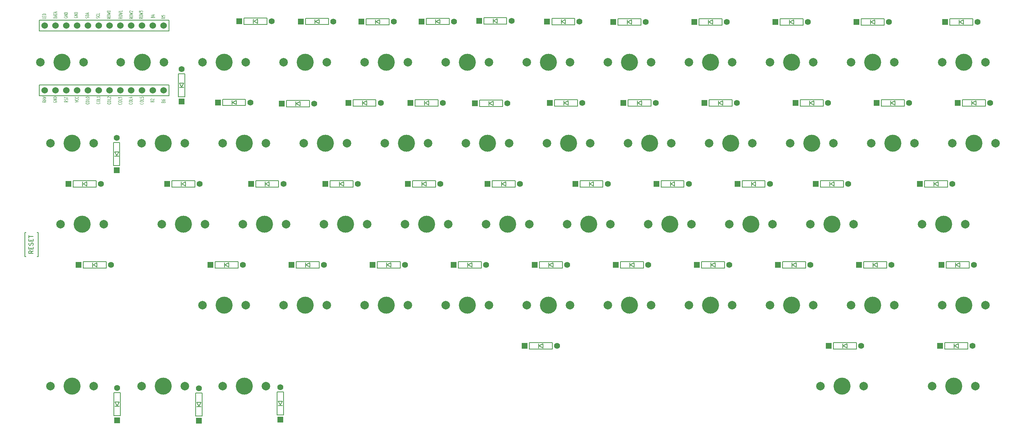
<source format=gto>
G04 #@! TF.GenerationSoftware,KiCad,Pcbnew,(7.0.0)*
G04 #@! TF.CreationDate,2023-03-27T16:38:47+09:00*
G04 #@! TF.ProjectId,rowlow11,726f776c-6f77-4313-912e-6b696361645f,rev?*
G04 #@! TF.SameCoordinates,Original*
G04 #@! TF.FileFunction,Legend,Top*
G04 #@! TF.FilePolarity,Positive*
%FSLAX46Y46*%
G04 Gerber Fmt 4.6, Leading zero omitted, Abs format (unit mm)*
G04 Created by KiCad (PCBNEW (7.0.0)) date 2023-03-27 16:38:47*
%MOMM*%
%LPD*%
G01*
G04 APERTURE LIST*
%ADD10C,0.150000*%
%ADD11C,0.125000*%
%ADD12C,2.000000*%
%ADD13C,4.000000*%
%ADD14R,1.397000X1.397000*%
%ADD15C,1.397000*%
%ADD16C,1.524000*%
G04 APERTURE END LIST*
D10*
X50373680Y-127658581D02*
X49897490Y-127991914D01*
X50373680Y-128230009D02*
X49373680Y-128230009D01*
X49373680Y-128230009D02*
X49373680Y-127849057D01*
X49373680Y-127849057D02*
X49421300Y-127753819D01*
X49421300Y-127753819D02*
X49468919Y-127706200D01*
X49468919Y-127706200D02*
X49564157Y-127658581D01*
X49564157Y-127658581D02*
X49707014Y-127658581D01*
X49707014Y-127658581D02*
X49802252Y-127706200D01*
X49802252Y-127706200D02*
X49849871Y-127753819D01*
X49849871Y-127753819D02*
X49897490Y-127849057D01*
X49897490Y-127849057D02*
X49897490Y-128230009D01*
X49849871Y-127230009D02*
X49849871Y-126896676D01*
X50373680Y-126753819D02*
X50373680Y-127230009D01*
X50373680Y-127230009D02*
X49373680Y-127230009D01*
X49373680Y-127230009D02*
X49373680Y-126753819D01*
X50326061Y-126372866D02*
X50373680Y-126230009D01*
X50373680Y-126230009D02*
X50373680Y-125991914D01*
X50373680Y-125991914D02*
X50326061Y-125896676D01*
X50326061Y-125896676D02*
X50278442Y-125849057D01*
X50278442Y-125849057D02*
X50183204Y-125801438D01*
X50183204Y-125801438D02*
X50087966Y-125801438D01*
X50087966Y-125801438D02*
X49992728Y-125849057D01*
X49992728Y-125849057D02*
X49945109Y-125896676D01*
X49945109Y-125896676D02*
X49897490Y-125991914D01*
X49897490Y-125991914D02*
X49849871Y-126182390D01*
X49849871Y-126182390D02*
X49802252Y-126277628D01*
X49802252Y-126277628D02*
X49754633Y-126325247D01*
X49754633Y-126325247D02*
X49659395Y-126372866D01*
X49659395Y-126372866D02*
X49564157Y-126372866D01*
X49564157Y-126372866D02*
X49468919Y-126325247D01*
X49468919Y-126325247D02*
X49421300Y-126277628D01*
X49421300Y-126277628D02*
X49373680Y-126182390D01*
X49373680Y-126182390D02*
X49373680Y-125944295D01*
X49373680Y-125944295D02*
X49421300Y-125801438D01*
X49849871Y-125372866D02*
X49849871Y-125039533D01*
X50373680Y-124896676D02*
X50373680Y-125372866D01*
X50373680Y-125372866D02*
X49373680Y-125372866D01*
X49373680Y-125372866D02*
X49373680Y-124896676D01*
X49373680Y-124610961D02*
X49373680Y-124039533D01*
X50373680Y-124325247D02*
X49373680Y-124325247D01*
D11*
X68543904Y-72730952D02*
X68162952Y-72897618D01*
X68543904Y-73016666D02*
X67743904Y-73016666D01*
X67743904Y-73016666D02*
X67743904Y-72826190D01*
X67743904Y-72826190D02*
X67782000Y-72778571D01*
X67782000Y-72778571D02*
X67820095Y-72754761D01*
X67820095Y-72754761D02*
X67896285Y-72730952D01*
X67896285Y-72730952D02*
X68010571Y-72730952D01*
X68010571Y-72730952D02*
X68086761Y-72754761D01*
X68086761Y-72754761D02*
X68124857Y-72778571D01*
X68124857Y-72778571D02*
X68162952Y-72826190D01*
X68162952Y-72826190D02*
X68162952Y-73016666D01*
X67743904Y-72421428D02*
X67743904Y-72326190D01*
X67743904Y-72326190D02*
X67782000Y-72278571D01*
X67782000Y-72278571D02*
X67858190Y-72230952D01*
X67858190Y-72230952D02*
X68010571Y-72207142D01*
X68010571Y-72207142D02*
X68277238Y-72207142D01*
X68277238Y-72207142D02*
X68429619Y-72230952D01*
X68429619Y-72230952D02*
X68505809Y-72278571D01*
X68505809Y-72278571D02*
X68543904Y-72326190D01*
X68543904Y-72326190D02*
X68543904Y-72421428D01*
X68543904Y-72421428D02*
X68505809Y-72469047D01*
X68505809Y-72469047D02*
X68429619Y-72516666D01*
X68429619Y-72516666D02*
X68277238Y-72540475D01*
X68277238Y-72540475D02*
X68010571Y-72540475D01*
X68010571Y-72540475D02*
X67858190Y-72516666D01*
X67858190Y-72516666D02*
X67782000Y-72469047D01*
X67782000Y-72469047D02*
X67743904Y-72421428D01*
X67743904Y-72040475D02*
X68543904Y-71921427D01*
X68543904Y-71921427D02*
X67972476Y-71826189D01*
X67972476Y-71826189D02*
X68543904Y-71730951D01*
X68543904Y-71730951D02*
X67743904Y-71611904D01*
X67743904Y-71326189D02*
X67743904Y-71278570D01*
X67743904Y-71278570D02*
X67782000Y-71230951D01*
X67782000Y-71230951D02*
X67820095Y-71207141D01*
X67820095Y-71207141D02*
X67896285Y-71183332D01*
X67896285Y-71183332D02*
X68048666Y-71159522D01*
X68048666Y-71159522D02*
X68239142Y-71159522D01*
X68239142Y-71159522D02*
X68391523Y-71183332D01*
X68391523Y-71183332D02*
X68467714Y-71207141D01*
X68467714Y-71207141D02*
X68505809Y-71230951D01*
X68505809Y-71230951D02*
X68543904Y-71278570D01*
X68543904Y-71278570D02*
X68543904Y-71326189D01*
X68543904Y-71326189D02*
X68505809Y-71373808D01*
X68505809Y-71373808D02*
X68467714Y-71397617D01*
X68467714Y-71397617D02*
X68391523Y-71421427D01*
X68391523Y-71421427D02*
X68239142Y-71445236D01*
X68239142Y-71445236D02*
X68048666Y-71445236D01*
X68048666Y-71445236D02*
X67896285Y-71421427D01*
X67896285Y-71421427D02*
X67820095Y-71397617D01*
X67820095Y-71397617D02*
X67782000Y-71373808D01*
X67782000Y-71373808D02*
X67743904Y-71326189D01*
X76206214Y-92836219D02*
X76244309Y-92860028D01*
X76244309Y-92860028D02*
X76282404Y-92931457D01*
X76282404Y-92931457D02*
X76282404Y-92979076D01*
X76282404Y-92979076D02*
X76244309Y-93050504D01*
X76244309Y-93050504D02*
X76168119Y-93098123D01*
X76168119Y-93098123D02*
X76091928Y-93121933D01*
X76091928Y-93121933D02*
X75939547Y-93145742D01*
X75939547Y-93145742D02*
X75825261Y-93145742D01*
X75825261Y-93145742D02*
X75672880Y-93121933D01*
X75672880Y-93121933D02*
X75596690Y-93098123D01*
X75596690Y-93098123D02*
X75520500Y-93050504D01*
X75520500Y-93050504D02*
X75482404Y-92979076D01*
X75482404Y-92979076D02*
X75482404Y-92931457D01*
X75482404Y-92931457D02*
X75520500Y-92860028D01*
X75520500Y-92860028D02*
X75558595Y-92836219D01*
X75482404Y-92526695D02*
X75482404Y-92431457D01*
X75482404Y-92431457D02*
X75520500Y-92383838D01*
X75520500Y-92383838D02*
X75596690Y-92336219D01*
X75596690Y-92336219D02*
X75749071Y-92312409D01*
X75749071Y-92312409D02*
X76015738Y-92312409D01*
X76015738Y-92312409D02*
X76168119Y-92336219D01*
X76168119Y-92336219D02*
X76244309Y-92383838D01*
X76244309Y-92383838D02*
X76282404Y-92431457D01*
X76282404Y-92431457D02*
X76282404Y-92526695D01*
X76282404Y-92526695D02*
X76244309Y-92574314D01*
X76244309Y-92574314D02*
X76168119Y-92621933D01*
X76168119Y-92621933D02*
X76015738Y-92645742D01*
X76015738Y-92645742D02*
X75749071Y-92645742D01*
X75749071Y-92645742D02*
X75596690Y-92621933D01*
X75596690Y-92621933D02*
X75520500Y-92574314D01*
X75520500Y-92574314D02*
X75482404Y-92526695D01*
X76282404Y-91860028D02*
X76282404Y-92098123D01*
X76282404Y-92098123D02*
X75482404Y-92098123D01*
X75482404Y-91455266D02*
X75482404Y-91693361D01*
X75482404Y-91693361D02*
X75863357Y-91717170D01*
X75863357Y-91717170D02*
X75825261Y-91693361D01*
X75825261Y-91693361D02*
X75787166Y-91645742D01*
X75787166Y-91645742D02*
X75787166Y-91526694D01*
X75787166Y-91526694D02*
X75825261Y-91479075D01*
X75825261Y-91479075D02*
X75863357Y-91455266D01*
X75863357Y-91455266D02*
X75939547Y-91431456D01*
X75939547Y-91431456D02*
X76130023Y-91431456D01*
X76130023Y-91431456D02*
X76206214Y-91455266D01*
X76206214Y-91455266D02*
X76244309Y-91479075D01*
X76244309Y-91479075D02*
X76282404Y-91526694D01*
X76282404Y-91526694D02*
X76282404Y-91645742D01*
X76282404Y-91645742D02*
X76244309Y-91693361D01*
X76244309Y-91693361D02*
X76206214Y-91717170D01*
X63430809Y-72882141D02*
X63468904Y-72810713D01*
X63468904Y-72810713D02*
X63468904Y-72691665D01*
X63468904Y-72691665D02*
X63430809Y-72644046D01*
X63430809Y-72644046D02*
X63392714Y-72620237D01*
X63392714Y-72620237D02*
X63316523Y-72596427D01*
X63316523Y-72596427D02*
X63240333Y-72596427D01*
X63240333Y-72596427D02*
X63164142Y-72620237D01*
X63164142Y-72620237D02*
X63126047Y-72644046D01*
X63126047Y-72644046D02*
X63087952Y-72691665D01*
X63087952Y-72691665D02*
X63049857Y-72786903D01*
X63049857Y-72786903D02*
X63011761Y-72834522D01*
X63011761Y-72834522D02*
X62973666Y-72858332D01*
X62973666Y-72858332D02*
X62897476Y-72882141D01*
X62897476Y-72882141D02*
X62821285Y-72882141D01*
X62821285Y-72882141D02*
X62745095Y-72858332D01*
X62745095Y-72858332D02*
X62707000Y-72834522D01*
X62707000Y-72834522D02*
X62668904Y-72786903D01*
X62668904Y-72786903D02*
X62668904Y-72667856D01*
X62668904Y-72667856D02*
X62707000Y-72596427D01*
X63468904Y-72382142D02*
X62668904Y-72382142D01*
X62668904Y-72382142D02*
X62668904Y-72263094D01*
X62668904Y-72263094D02*
X62707000Y-72191666D01*
X62707000Y-72191666D02*
X62783190Y-72144047D01*
X62783190Y-72144047D02*
X62859380Y-72120237D01*
X62859380Y-72120237D02*
X63011761Y-72096428D01*
X63011761Y-72096428D02*
X63126047Y-72096428D01*
X63126047Y-72096428D02*
X63278428Y-72120237D01*
X63278428Y-72120237D02*
X63354619Y-72144047D01*
X63354619Y-72144047D02*
X63430809Y-72191666D01*
X63430809Y-72191666D02*
X63468904Y-72263094D01*
X63468904Y-72263094D02*
X63468904Y-72382142D01*
X63240333Y-71905951D02*
X63240333Y-71667856D01*
X63468904Y-71953570D02*
X62668904Y-71786904D01*
X62668904Y-71786904D02*
X63468904Y-71620237D01*
X71293904Y-72680952D02*
X70912952Y-72847618D01*
X71293904Y-72966666D02*
X70493904Y-72966666D01*
X70493904Y-72966666D02*
X70493904Y-72776190D01*
X70493904Y-72776190D02*
X70532000Y-72728571D01*
X70532000Y-72728571D02*
X70570095Y-72704761D01*
X70570095Y-72704761D02*
X70646285Y-72680952D01*
X70646285Y-72680952D02*
X70760571Y-72680952D01*
X70760571Y-72680952D02*
X70836761Y-72704761D01*
X70836761Y-72704761D02*
X70874857Y-72728571D01*
X70874857Y-72728571D02*
X70912952Y-72776190D01*
X70912952Y-72776190D02*
X70912952Y-72966666D01*
X70493904Y-72371428D02*
X70493904Y-72276190D01*
X70493904Y-72276190D02*
X70532000Y-72228571D01*
X70532000Y-72228571D02*
X70608190Y-72180952D01*
X70608190Y-72180952D02*
X70760571Y-72157142D01*
X70760571Y-72157142D02*
X71027238Y-72157142D01*
X71027238Y-72157142D02*
X71179619Y-72180952D01*
X71179619Y-72180952D02*
X71255809Y-72228571D01*
X71255809Y-72228571D02*
X71293904Y-72276190D01*
X71293904Y-72276190D02*
X71293904Y-72371428D01*
X71293904Y-72371428D02*
X71255809Y-72419047D01*
X71255809Y-72419047D02*
X71179619Y-72466666D01*
X71179619Y-72466666D02*
X71027238Y-72490475D01*
X71027238Y-72490475D02*
X70760571Y-72490475D01*
X70760571Y-72490475D02*
X70608190Y-72466666D01*
X70608190Y-72466666D02*
X70532000Y-72419047D01*
X70532000Y-72419047D02*
X70493904Y-72371428D01*
X70493904Y-71990475D02*
X71293904Y-71871427D01*
X71293904Y-71871427D02*
X70722476Y-71776189D01*
X70722476Y-71776189D02*
X71293904Y-71680951D01*
X71293904Y-71680951D02*
X70493904Y-71561904D01*
X71293904Y-71109522D02*
X71293904Y-71395236D01*
X71293904Y-71252379D02*
X70493904Y-71252379D01*
X70493904Y-71252379D02*
X70608190Y-71299998D01*
X70608190Y-71299998D02*
X70684380Y-71347617D01*
X70684380Y-71347617D02*
X70722476Y-71395236D01*
X57682000Y-72605952D02*
X57643904Y-72653571D01*
X57643904Y-72653571D02*
X57643904Y-72725000D01*
X57643904Y-72725000D02*
X57682000Y-72796428D01*
X57682000Y-72796428D02*
X57758190Y-72844047D01*
X57758190Y-72844047D02*
X57834380Y-72867857D01*
X57834380Y-72867857D02*
X57986761Y-72891666D01*
X57986761Y-72891666D02*
X58101047Y-72891666D01*
X58101047Y-72891666D02*
X58253428Y-72867857D01*
X58253428Y-72867857D02*
X58329619Y-72844047D01*
X58329619Y-72844047D02*
X58405809Y-72796428D01*
X58405809Y-72796428D02*
X58443904Y-72725000D01*
X58443904Y-72725000D02*
X58443904Y-72677381D01*
X58443904Y-72677381D02*
X58405809Y-72605952D01*
X58405809Y-72605952D02*
X58367714Y-72582143D01*
X58367714Y-72582143D02*
X58101047Y-72582143D01*
X58101047Y-72582143D02*
X58101047Y-72677381D01*
X58443904Y-72367857D02*
X57643904Y-72367857D01*
X57643904Y-72367857D02*
X58443904Y-72082143D01*
X58443904Y-72082143D02*
X57643904Y-72082143D01*
X58443904Y-71844047D02*
X57643904Y-71844047D01*
X57643904Y-71844047D02*
X57643904Y-71724999D01*
X57643904Y-71724999D02*
X57682000Y-71653571D01*
X57682000Y-71653571D02*
X57758190Y-71605952D01*
X57758190Y-71605952D02*
X57834380Y-71582142D01*
X57834380Y-71582142D02*
X57986761Y-71558333D01*
X57986761Y-71558333D02*
X58101047Y-71558333D01*
X58101047Y-71558333D02*
X58253428Y-71582142D01*
X58253428Y-71582142D02*
X58329619Y-71605952D01*
X58329619Y-71605952D02*
X58405809Y-71653571D01*
X58405809Y-71653571D02*
X58443904Y-71724999D01*
X58443904Y-71724999D02*
X58443904Y-71844047D01*
X78474857Y-72652380D02*
X78512952Y-72580952D01*
X78512952Y-72580952D02*
X78551047Y-72557142D01*
X78551047Y-72557142D02*
X78627238Y-72533333D01*
X78627238Y-72533333D02*
X78741523Y-72533333D01*
X78741523Y-72533333D02*
X78817714Y-72557142D01*
X78817714Y-72557142D02*
X78855809Y-72580952D01*
X78855809Y-72580952D02*
X78893904Y-72628571D01*
X78893904Y-72628571D02*
X78893904Y-72819047D01*
X78893904Y-72819047D02*
X78093904Y-72819047D01*
X78093904Y-72819047D02*
X78093904Y-72652380D01*
X78093904Y-72652380D02*
X78132000Y-72604761D01*
X78132000Y-72604761D02*
X78170095Y-72580952D01*
X78170095Y-72580952D02*
X78246285Y-72557142D01*
X78246285Y-72557142D02*
X78322476Y-72557142D01*
X78322476Y-72557142D02*
X78398666Y-72580952D01*
X78398666Y-72580952D02*
X78436761Y-72604761D01*
X78436761Y-72604761D02*
X78474857Y-72652380D01*
X78474857Y-72652380D02*
X78474857Y-72819047D01*
X78360571Y-72104761D02*
X78893904Y-72104761D01*
X78055809Y-72223809D02*
X78627238Y-72342856D01*
X78627238Y-72342856D02*
X78627238Y-72033333D01*
X65982714Y-92736219D02*
X66020809Y-92760028D01*
X66020809Y-92760028D02*
X66058904Y-92831457D01*
X66058904Y-92831457D02*
X66058904Y-92879076D01*
X66058904Y-92879076D02*
X66020809Y-92950504D01*
X66020809Y-92950504D02*
X65944619Y-92998123D01*
X65944619Y-92998123D02*
X65868428Y-93021933D01*
X65868428Y-93021933D02*
X65716047Y-93045742D01*
X65716047Y-93045742D02*
X65601761Y-93045742D01*
X65601761Y-93045742D02*
X65449380Y-93021933D01*
X65449380Y-93021933D02*
X65373190Y-92998123D01*
X65373190Y-92998123D02*
X65297000Y-92950504D01*
X65297000Y-92950504D02*
X65258904Y-92879076D01*
X65258904Y-92879076D02*
X65258904Y-92831457D01*
X65258904Y-92831457D02*
X65297000Y-92760028D01*
X65297000Y-92760028D02*
X65335095Y-92736219D01*
X65258904Y-92426695D02*
X65258904Y-92331457D01*
X65258904Y-92331457D02*
X65297000Y-92283838D01*
X65297000Y-92283838D02*
X65373190Y-92236219D01*
X65373190Y-92236219D02*
X65525571Y-92212409D01*
X65525571Y-92212409D02*
X65792238Y-92212409D01*
X65792238Y-92212409D02*
X65944619Y-92236219D01*
X65944619Y-92236219D02*
X66020809Y-92283838D01*
X66020809Y-92283838D02*
X66058904Y-92331457D01*
X66058904Y-92331457D02*
X66058904Y-92426695D01*
X66058904Y-92426695D02*
X66020809Y-92474314D01*
X66020809Y-92474314D02*
X65944619Y-92521933D01*
X65944619Y-92521933D02*
X65792238Y-92545742D01*
X65792238Y-92545742D02*
X65525571Y-92545742D01*
X65525571Y-92545742D02*
X65373190Y-92521933D01*
X65373190Y-92521933D02*
X65297000Y-92474314D01*
X65297000Y-92474314D02*
X65258904Y-92426695D01*
X66058904Y-91760028D02*
X66058904Y-91998123D01*
X66058904Y-91998123D02*
X65258904Y-91998123D01*
X66058904Y-91331456D02*
X66058904Y-91617170D01*
X66058904Y-91474313D02*
X65258904Y-91474313D01*
X65258904Y-91474313D02*
X65373190Y-91521932D01*
X65373190Y-91521932D02*
X65449380Y-91569551D01*
X65449380Y-91569551D02*
X65487476Y-91617170D01*
X80917857Y-92590980D02*
X80955952Y-92519552D01*
X80955952Y-92519552D02*
X80994047Y-92495742D01*
X80994047Y-92495742D02*
X81070238Y-92471933D01*
X81070238Y-92471933D02*
X81184523Y-92471933D01*
X81184523Y-92471933D02*
X81260714Y-92495742D01*
X81260714Y-92495742D02*
X81298809Y-92519552D01*
X81298809Y-92519552D02*
X81336904Y-92567171D01*
X81336904Y-92567171D02*
X81336904Y-92757647D01*
X81336904Y-92757647D02*
X80536904Y-92757647D01*
X80536904Y-92757647D02*
X80536904Y-92590980D01*
X80536904Y-92590980D02*
X80575000Y-92543361D01*
X80575000Y-92543361D02*
X80613095Y-92519552D01*
X80613095Y-92519552D02*
X80689285Y-92495742D01*
X80689285Y-92495742D02*
X80765476Y-92495742D01*
X80765476Y-92495742D02*
X80841666Y-92519552D01*
X80841666Y-92519552D02*
X80879761Y-92543361D01*
X80879761Y-92543361D02*
X80917857Y-92590980D01*
X80917857Y-92590980D02*
X80917857Y-92757647D01*
X80536904Y-92043361D02*
X80536904Y-92138599D01*
X80536904Y-92138599D02*
X80575000Y-92186218D01*
X80575000Y-92186218D02*
X80613095Y-92210028D01*
X80613095Y-92210028D02*
X80727380Y-92257647D01*
X80727380Y-92257647D02*
X80879761Y-92281456D01*
X80879761Y-92281456D02*
X81184523Y-92281456D01*
X81184523Y-92281456D02*
X81260714Y-92257647D01*
X81260714Y-92257647D02*
X81298809Y-92233837D01*
X81298809Y-92233837D02*
X81336904Y-92186218D01*
X81336904Y-92186218D02*
X81336904Y-92090980D01*
X81336904Y-92090980D02*
X81298809Y-92043361D01*
X81298809Y-92043361D02*
X81260714Y-92019552D01*
X81260714Y-92019552D02*
X81184523Y-91995742D01*
X81184523Y-91995742D02*
X80994047Y-91995742D01*
X80994047Y-91995742D02*
X80917857Y-92019552D01*
X80917857Y-92019552D02*
X80879761Y-92043361D01*
X80879761Y-92043361D02*
X80841666Y-92090980D01*
X80841666Y-92090980D02*
X80841666Y-92186218D01*
X80841666Y-92186218D02*
X80879761Y-92233837D01*
X80879761Y-92233837D02*
X80917857Y-92257647D01*
X80917857Y-92257647D02*
X80994047Y-92281456D01*
X53343904Y-72771428D02*
X53343904Y-73009523D01*
X53343904Y-73009523D02*
X52543904Y-73009523D01*
X52924857Y-72604761D02*
X52924857Y-72438094D01*
X53343904Y-72366666D02*
X53343904Y-72604761D01*
X53343904Y-72604761D02*
X52543904Y-72604761D01*
X52543904Y-72604761D02*
X52543904Y-72366666D01*
X53343904Y-72152380D02*
X52543904Y-72152380D01*
X52543904Y-72152380D02*
X52543904Y-72033332D01*
X52543904Y-72033332D02*
X52582000Y-71961904D01*
X52582000Y-71961904D02*
X52658190Y-71914285D01*
X52658190Y-71914285D02*
X52734380Y-71890475D01*
X52734380Y-71890475D02*
X52886761Y-71866666D01*
X52886761Y-71866666D02*
X53001047Y-71866666D01*
X53001047Y-71866666D02*
X53153428Y-71890475D01*
X53153428Y-71890475D02*
X53229619Y-71914285D01*
X53229619Y-71914285D02*
X53305809Y-71961904D01*
X53305809Y-71961904D02*
X53343904Y-72033332D01*
X53343904Y-72033332D02*
X53343904Y-72152380D01*
X60178904Y-92720765D02*
X60978904Y-92554099D01*
X60978904Y-92554099D02*
X60178904Y-92387432D01*
X60902714Y-91935052D02*
X60940809Y-91958861D01*
X60940809Y-91958861D02*
X60978904Y-92030290D01*
X60978904Y-92030290D02*
X60978904Y-92077909D01*
X60978904Y-92077909D02*
X60940809Y-92149337D01*
X60940809Y-92149337D02*
X60864619Y-92196956D01*
X60864619Y-92196956D02*
X60788428Y-92220766D01*
X60788428Y-92220766D02*
X60636047Y-92244575D01*
X60636047Y-92244575D02*
X60521761Y-92244575D01*
X60521761Y-92244575D02*
X60369380Y-92220766D01*
X60369380Y-92220766D02*
X60293190Y-92196956D01*
X60293190Y-92196956D02*
X60217000Y-92149337D01*
X60217000Y-92149337D02*
X60178904Y-92077909D01*
X60178904Y-92077909D02*
X60178904Y-92030290D01*
X60178904Y-92030290D02*
X60217000Y-91958861D01*
X60217000Y-91958861D02*
X60255095Y-91935052D01*
X60902714Y-91435052D02*
X60940809Y-91458861D01*
X60940809Y-91458861D02*
X60978904Y-91530290D01*
X60978904Y-91530290D02*
X60978904Y-91577909D01*
X60978904Y-91577909D02*
X60940809Y-91649337D01*
X60940809Y-91649337D02*
X60864619Y-91696956D01*
X60864619Y-91696956D02*
X60788428Y-91720766D01*
X60788428Y-91720766D02*
X60636047Y-91744575D01*
X60636047Y-91744575D02*
X60521761Y-91744575D01*
X60521761Y-91744575D02*
X60369380Y-91720766D01*
X60369380Y-91720766D02*
X60293190Y-91696956D01*
X60293190Y-91696956D02*
X60217000Y-91649337D01*
X60217000Y-91649337D02*
X60178904Y-91577909D01*
X60178904Y-91577909D02*
X60178904Y-91530290D01*
X60178904Y-91530290D02*
X60217000Y-91458861D01*
X60217000Y-91458861D02*
X60255095Y-91435052D01*
X73768904Y-72730952D02*
X73387952Y-72897618D01*
X73768904Y-73016666D02*
X72968904Y-73016666D01*
X72968904Y-73016666D02*
X72968904Y-72826190D01*
X72968904Y-72826190D02*
X73007000Y-72778571D01*
X73007000Y-72778571D02*
X73045095Y-72754761D01*
X73045095Y-72754761D02*
X73121285Y-72730952D01*
X73121285Y-72730952D02*
X73235571Y-72730952D01*
X73235571Y-72730952D02*
X73311761Y-72754761D01*
X73311761Y-72754761D02*
X73349857Y-72778571D01*
X73349857Y-72778571D02*
X73387952Y-72826190D01*
X73387952Y-72826190D02*
X73387952Y-73016666D01*
X72968904Y-72421428D02*
X72968904Y-72326190D01*
X72968904Y-72326190D02*
X73007000Y-72278571D01*
X73007000Y-72278571D02*
X73083190Y-72230952D01*
X73083190Y-72230952D02*
X73235571Y-72207142D01*
X73235571Y-72207142D02*
X73502238Y-72207142D01*
X73502238Y-72207142D02*
X73654619Y-72230952D01*
X73654619Y-72230952D02*
X73730809Y-72278571D01*
X73730809Y-72278571D02*
X73768904Y-72326190D01*
X73768904Y-72326190D02*
X73768904Y-72421428D01*
X73768904Y-72421428D02*
X73730809Y-72469047D01*
X73730809Y-72469047D02*
X73654619Y-72516666D01*
X73654619Y-72516666D02*
X73502238Y-72540475D01*
X73502238Y-72540475D02*
X73235571Y-72540475D01*
X73235571Y-72540475D02*
X73083190Y-72516666D01*
X73083190Y-72516666D02*
X73007000Y-72469047D01*
X73007000Y-72469047D02*
X72968904Y-72421428D01*
X72968904Y-72040475D02*
X73768904Y-71921427D01*
X73768904Y-71921427D02*
X73197476Y-71826189D01*
X73197476Y-71826189D02*
X73768904Y-71730951D01*
X73768904Y-71730951D02*
X72968904Y-71611904D01*
X73045095Y-71445236D02*
X73007000Y-71421427D01*
X73007000Y-71421427D02*
X72968904Y-71373808D01*
X72968904Y-71373808D02*
X72968904Y-71254760D01*
X72968904Y-71254760D02*
X73007000Y-71207141D01*
X73007000Y-71207141D02*
X73045095Y-71183332D01*
X73045095Y-71183332D02*
X73121285Y-71159522D01*
X73121285Y-71159522D02*
X73197476Y-71159522D01*
X73197476Y-71159522D02*
X73311761Y-71183332D01*
X73311761Y-71183332D02*
X73768904Y-71469046D01*
X73768904Y-71469046D02*
X73768904Y-71159522D01*
X63460714Y-92786219D02*
X63498809Y-92810028D01*
X63498809Y-92810028D02*
X63536904Y-92881457D01*
X63536904Y-92881457D02*
X63536904Y-92929076D01*
X63536904Y-92929076D02*
X63498809Y-93000504D01*
X63498809Y-93000504D02*
X63422619Y-93048123D01*
X63422619Y-93048123D02*
X63346428Y-93071933D01*
X63346428Y-93071933D02*
X63194047Y-93095742D01*
X63194047Y-93095742D02*
X63079761Y-93095742D01*
X63079761Y-93095742D02*
X62927380Y-93071933D01*
X62927380Y-93071933D02*
X62851190Y-93048123D01*
X62851190Y-93048123D02*
X62775000Y-93000504D01*
X62775000Y-93000504D02*
X62736904Y-92929076D01*
X62736904Y-92929076D02*
X62736904Y-92881457D01*
X62736904Y-92881457D02*
X62775000Y-92810028D01*
X62775000Y-92810028D02*
X62813095Y-92786219D01*
X62736904Y-92476695D02*
X62736904Y-92381457D01*
X62736904Y-92381457D02*
X62775000Y-92333838D01*
X62775000Y-92333838D02*
X62851190Y-92286219D01*
X62851190Y-92286219D02*
X63003571Y-92262409D01*
X63003571Y-92262409D02*
X63270238Y-92262409D01*
X63270238Y-92262409D02*
X63422619Y-92286219D01*
X63422619Y-92286219D02*
X63498809Y-92333838D01*
X63498809Y-92333838D02*
X63536904Y-92381457D01*
X63536904Y-92381457D02*
X63536904Y-92476695D01*
X63536904Y-92476695D02*
X63498809Y-92524314D01*
X63498809Y-92524314D02*
X63422619Y-92571933D01*
X63422619Y-92571933D02*
X63270238Y-92595742D01*
X63270238Y-92595742D02*
X63003571Y-92595742D01*
X63003571Y-92595742D02*
X62851190Y-92571933D01*
X62851190Y-92571933D02*
X62775000Y-92524314D01*
X62775000Y-92524314D02*
X62736904Y-92476695D01*
X63536904Y-91810028D02*
X63536904Y-92048123D01*
X63536904Y-92048123D02*
X62736904Y-92048123D01*
X62736904Y-91548123D02*
X62736904Y-91500504D01*
X62736904Y-91500504D02*
X62775000Y-91452885D01*
X62775000Y-91452885D02*
X62813095Y-91429075D01*
X62813095Y-91429075D02*
X62889285Y-91405266D01*
X62889285Y-91405266D02*
X63041666Y-91381456D01*
X63041666Y-91381456D02*
X63232142Y-91381456D01*
X63232142Y-91381456D02*
X63384523Y-91405266D01*
X63384523Y-91405266D02*
X63460714Y-91429075D01*
X63460714Y-91429075D02*
X63498809Y-91452885D01*
X63498809Y-91452885D02*
X63536904Y-91500504D01*
X63536904Y-91500504D02*
X63536904Y-91548123D01*
X63536904Y-91548123D02*
X63498809Y-91595742D01*
X63498809Y-91595742D02*
X63460714Y-91619551D01*
X63460714Y-91619551D02*
X63384523Y-91643361D01*
X63384523Y-91643361D02*
X63232142Y-91667170D01*
X63232142Y-91667170D02*
X63041666Y-91667170D01*
X63041666Y-91667170D02*
X62889285Y-91643361D01*
X62889285Y-91643361D02*
X62813095Y-91619551D01*
X62813095Y-91619551D02*
X62775000Y-91595742D01*
X62775000Y-91595742D02*
X62736904Y-91548123D01*
X78367857Y-92490980D02*
X78405952Y-92419552D01*
X78405952Y-92419552D02*
X78444047Y-92395742D01*
X78444047Y-92395742D02*
X78520238Y-92371933D01*
X78520238Y-92371933D02*
X78634523Y-92371933D01*
X78634523Y-92371933D02*
X78710714Y-92395742D01*
X78710714Y-92395742D02*
X78748809Y-92419552D01*
X78748809Y-92419552D02*
X78786904Y-92467171D01*
X78786904Y-92467171D02*
X78786904Y-92657647D01*
X78786904Y-92657647D02*
X77986904Y-92657647D01*
X77986904Y-92657647D02*
X77986904Y-92490980D01*
X77986904Y-92490980D02*
X78025000Y-92443361D01*
X78025000Y-92443361D02*
X78063095Y-92419552D01*
X78063095Y-92419552D02*
X78139285Y-92395742D01*
X78139285Y-92395742D02*
X78215476Y-92395742D01*
X78215476Y-92395742D02*
X78291666Y-92419552D01*
X78291666Y-92419552D02*
X78329761Y-92443361D01*
X78329761Y-92443361D02*
X78367857Y-92490980D01*
X78367857Y-92490980D02*
X78367857Y-92657647D01*
X78063095Y-92181456D02*
X78025000Y-92157647D01*
X78025000Y-92157647D02*
X77986904Y-92110028D01*
X77986904Y-92110028D02*
X77986904Y-91990980D01*
X77986904Y-91990980D02*
X78025000Y-91943361D01*
X78025000Y-91943361D02*
X78063095Y-91919552D01*
X78063095Y-91919552D02*
X78139285Y-91895742D01*
X78139285Y-91895742D02*
X78215476Y-91895742D01*
X78215476Y-91895742D02*
X78329761Y-91919552D01*
X78329761Y-91919552D02*
X78786904Y-92205266D01*
X78786904Y-92205266D02*
X78786904Y-91895742D01*
X76118904Y-72730952D02*
X75737952Y-72897618D01*
X76118904Y-73016666D02*
X75318904Y-73016666D01*
X75318904Y-73016666D02*
X75318904Y-72826190D01*
X75318904Y-72826190D02*
X75357000Y-72778571D01*
X75357000Y-72778571D02*
X75395095Y-72754761D01*
X75395095Y-72754761D02*
X75471285Y-72730952D01*
X75471285Y-72730952D02*
X75585571Y-72730952D01*
X75585571Y-72730952D02*
X75661761Y-72754761D01*
X75661761Y-72754761D02*
X75699857Y-72778571D01*
X75699857Y-72778571D02*
X75737952Y-72826190D01*
X75737952Y-72826190D02*
X75737952Y-73016666D01*
X75318904Y-72421428D02*
X75318904Y-72326190D01*
X75318904Y-72326190D02*
X75357000Y-72278571D01*
X75357000Y-72278571D02*
X75433190Y-72230952D01*
X75433190Y-72230952D02*
X75585571Y-72207142D01*
X75585571Y-72207142D02*
X75852238Y-72207142D01*
X75852238Y-72207142D02*
X76004619Y-72230952D01*
X76004619Y-72230952D02*
X76080809Y-72278571D01*
X76080809Y-72278571D02*
X76118904Y-72326190D01*
X76118904Y-72326190D02*
X76118904Y-72421428D01*
X76118904Y-72421428D02*
X76080809Y-72469047D01*
X76080809Y-72469047D02*
X76004619Y-72516666D01*
X76004619Y-72516666D02*
X75852238Y-72540475D01*
X75852238Y-72540475D02*
X75585571Y-72540475D01*
X75585571Y-72540475D02*
X75433190Y-72516666D01*
X75433190Y-72516666D02*
X75357000Y-72469047D01*
X75357000Y-72469047D02*
X75318904Y-72421428D01*
X75318904Y-72040475D02*
X76118904Y-71921427D01*
X76118904Y-71921427D02*
X75547476Y-71826189D01*
X75547476Y-71826189D02*
X76118904Y-71730951D01*
X76118904Y-71730951D02*
X75318904Y-71611904D01*
X75318904Y-71469046D02*
X75318904Y-71159522D01*
X75318904Y-71159522D02*
X75623666Y-71326189D01*
X75623666Y-71326189D02*
X75623666Y-71254760D01*
X75623666Y-71254760D02*
X75661761Y-71207141D01*
X75661761Y-71207141D02*
X75699857Y-71183332D01*
X75699857Y-71183332D02*
X75776047Y-71159522D01*
X75776047Y-71159522D02*
X75966523Y-71159522D01*
X75966523Y-71159522D02*
X76042714Y-71183332D01*
X76042714Y-71183332D02*
X76080809Y-71207141D01*
X76080809Y-71207141D02*
X76118904Y-71254760D01*
X76118904Y-71254760D02*
X76118904Y-71397617D01*
X76118904Y-71397617D02*
X76080809Y-71445236D01*
X76080809Y-71445236D02*
X76042714Y-71469046D01*
X53358904Y-92399338D02*
X52977952Y-92566004D01*
X53358904Y-92685052D02*
X52558904Y-92685052D01*
X52558904Y-92685052D02*
X52558904Y-92494576D01*
X52558904Y-92494576D02*
X52597000Y-92446957D01*
X52597000Y-92446957D02*
X52635095Y-92423147D01*
X52635095Y-92423147D02*
X52711285Y-92399338D01*
X52711285Y-92399338D02*
X52825571Y-92399338D01*
X52825571Y-92399338D02*
X52901761Y-92423147D01*
X52901761Y-92423147D02*
X52939857Y-92446957D01*
X52939857Y-92446957D02*
X52977952Y-92494576D01*
X52977952Y-92494576D02*
X52977952Y-92685052D01*
X53130333Y-92208861D02*
X53130333Y-91970766D01*
X53358904Y-92256480D02*
X52558904Y-92089814D01*
X52558904Y-92089814D02*
X53358904Y-91923147D01*
X52558904Y-91804100D02*
X53358904Y-91685052D01*
X53358904Y-91685052D02*
X52787476Y-91589814D01*
X52787476Y-91589814D02*
X53358904Y-91494576D01*
X53358904Y-91494576D02*
X52558904Y-91375529D01*
X65930809Y-72920237D02*
X65968904Y-72848809D01*
X65968904Y-72848809D02*
X65968904Y-72729761D01*
X65968904Y-72729761D02*
X65930809Y-72682142D01*
X65930809Y-72682142D02*
X65892714Y-72658333D01*
X65892714Y-72658333D02*
X65816523Y-72634523D01*
X65816523Y-72634523D02*
X65740333Y-72634523D01*
X65740333Y-72634523D02*
X65664142Y-72658333D01*
X65664142Y-72658333D02*
X65626047Y-72682142D01*
X65626047Y-72682142D02*
X65587952Y-72729761D01*
X65587952Y-72729761D02*
X65549857Y-72824999D01*
X65549857Y-72824999D02*
X65511761Y-72872618D01*
X65511761Y-72872618D02*
X65473666Y-72896428D01*
X65473666Y-72896428D02*
X65397476Y-72920237D01*
X65397476Y-72920237D02*
X65321285Y-72920237D01*
X65321285Y-72920237D02*
X65245095Y-72896428D01*
X65245095Y-72896428D02*
X65207000Y-72872618D01*
X65207000Y-72872618D02*
X65168904Y-72824999D01*
X65168904Y-72824999D02*
X65168904Y-72705952D01*
X65168904Y-72705952D02*
X65207000Y-72634523D01*
X65892714Y-72134524D02*
X65930809Y-72158333D01*
X65930809Y-72158333D02*
X65968904Y-72229762D01*
X65968904Y-72229762D02*
X65968904Y-72277381D01*
X65968904Y-72277381D02*
X65930809Y-72348809D01*
X65930809Y-72348809D02*
X65854619Y-72396428D01*
X65854619Y-72396428D02*
X65778428Y-72420238D01*
X65778428Y-72420238D02*
X65626047Y-72444047D01*
X65626047Y-72444047D02*
X65511761Y-72444047D01*
X65511761Y-72444047D02*
X65359380Y-72420238D01*
X65359380Y-72420238D02*
X65283190Y-72396428D01*
X65283190Y-72396428D02*
X65207000Y-72348809D01*
X65207000Y-72348809D02*
X65168904Y-72277381D01*
X65168904Y-72277381D02*
X65168904Y-72229762D01*
X65168904Y-72229762D02*
X65207000Y-72158333D01*
X65207000Y-72158333D02*
X65245095Y-72134524D01*
X65968904Y-71682143D02*
X65968904Y-71920238D01*
X65968904Y-71920238D02*
X65168904Y-71920238D01*
X71110714Y-92886219D02*
X71148809Y-92910028D01*
X71148809Y-92910028D02*
X71186904Y-92981457D01*
X71186904Y-92981457D02*
X71186904Y-93029076D01*
X71186904Y-93029076D02*
X71148809Y-93100504D01*
X71148809Y-93100504D02*
X71072619Y-93148123D01*
X71072619Y-93148123D02*
X70996428Y-93171933D01*
X70996428Y-93171933D02*
X70844047Y-93195742D01*
X70844047Y-93195742D02*
X70729761Y-93195742D01*
X70729761Y-93195742D02*
X70577380Y-93171933D01*
X70577380Y-93171933D02*
X70501190Y-93148123D01*
X70501190Y-93148123D02*
X70425000Y-93100504D01*
X70425000Y-93100504D02*
X70386904Y-93029076D01*
X70386904Y-93029076D02*
X70386904Y-92981457D01*
X70386904Y-92981457D02*
X70425000Y-92910028D01*
X70425000Y-92910028D02*
X70463095Y-92886219D01*
X70386904Y-92576695D02*
X70386904Y-92481457D01*
X70386904Y-92481457D02*
X70425000Y-92433838D01*
X70425000Y-92433838D02*
X70501190Y-92386219D01*
X70501190Y-92386219D02*
X70653571Y-92362409D01*
X70653571Y-92362409D02*
X70920238Y-92362409D01*
X70920238Y-92362409D02*
X71072619Y-92386219D01*
X71072619Y-92386219D02*
X71148809Y-92433838D01*
X71148809Y-92433838D02*
X71186904Y-92481457D01*
X71186904Y-92481457D02*
X71186904Y-92576695D01*
X71186904Y-92576695D02*
X71148809Y-92624314D01*
X71148809Y-92624314D02*
X71072619Y-92671933D01*
X71072619Y-92671933D02*
X70920238Y-92695742D01*
X70920238Y-92695742D02*
X70653571Y-92695742D01*
X70653571Y-92695742D02*
X70501190Y-92671933D01*
X70501190Y-92671933D02*
X70425000Y-92624314D01*
X70425000Y-92624314D02*
X70386904Y-92576695D01*
X71186904Y-91910028D02*
X71186904Y-92148123D01*
X71186904Y-92148123D02*
X70386904Y-92148123D01*
X70386904Y-91790980D02*
X70386904Y-91481456D01*
X70386904Y-91481456D02*
X70691666Y-91648123D01*
X70691666Y-91648123D02*
X70691666Y-91576694D01*
X70691666Y-91576694D02*
X70729761Y-91529075D01*
X70729761Y-91529075D02*
X70767857Y-91505266D01*
X70767857Y-91505266D02*
X70844047Y-91481456D01*
X70844047Y-91481456D02*
X71034523Y-91481456D01*
X71034523Y-91481456D02*
X71110714Y-91505266D01*
X71110714Y-91505266D02*
X71148809Y-91529075D01*
X71148809Y-91529075D02*
X71186904Y-91576694D01*
X71186904Y-91576694D02*
X71186904Y-91719551D01*
X71186904Y-91719551D02*
X71148809Y-91767170D01*
X71148809Y-91767170D02*
X71110714Y-91790980D01*
X55968904Y-72924999D02*
X55168904Y-72924999D01*
X55168904Y-72924999D02*
X55168904Y-72805951D01*
X55168904Y-72805951D02*
X55207000Y-72734523D01*
X55207000Y-72734523D02*
X55283190Y-72686904D01*
X55283190Y-72686904D02*
X55359380Y-72663094D01*
X55359380Y-72663094D02*
X55511761Y-72639285D01*
X55511761Y-72639285D02*
X55626047Y-72639285D01*
X55626047Y-72639285D02*
X55778428Y-72663094D01*
X55778428Y-72663094D02*
X55854619Y-72686904D01*
X55854619Y-72686904D02*
X55930809Y-72734523D01*
X55930809Y-72734523D02*
X55968904Y-72805951D01*
X55968904Y-72805951D02*
X55968904Y-72924999D01*
X55740333Y-72448808D02*
X55740333Y-72210713D01*
X55968904Y-72496427D02*
X55168904Y-72329761D01*
X55168904Y-72329761D02*
X55968904Y-72163094D01*
X55168904Y-72067856D02*
X55168904Y-71782142D01*
X55968904Y-71924999D02*
X55168904Y-71924999D01*
X55740333Y-71639285D02*
X55740333Y-71401190D01*
X55968904Y-71686904D02*
X55168904Y-71520238D01*
X55168904Y-71520238D02*
X55968904Y-71353571D01*
X73610714Y-92836219D02*
X73648809Y-92860028D01*
X73648809Y-92860028D02*
X73686904Y-92931457D01*
X73686904Y-92931457D02*
X73686904Y-92979076D01*
X73686904Y-92979076D02*
X73648809Y-93050504D01*
X73648809Y-93050504D02*
X73572619Y-93098123D01*
X73572619Y-93098123D02*
X73496428Y-93121933D01*
X73496428Y-93121933D02*
X73344047Y-93145742D01*
X73344047Y-93145742D02*
X73229761Y-93145742D01*
X73229761Y-93145742D02*
X73077380Y-93121933D01*
X73077380Y-93121933D02*
X73001190Y-93098123D01*
X73001190Y-93098123D02*
X72925000Y-93050504D01*
X72925000Y-93050504D02*
X72886904Y-92979076D01*
X72886904Y-92979076D02*
X72886904Y-92931457D01*
X72886904Y-92931457D02*
X72925000Y-92860028D01*
X72925000Y-92860028D02*
X72963095Y-92836219D01*
X72886904Y-92526695D02*
X72886904Y-92431457D01*
X72886904Y-92431457D02*
X72925000Y-92383838D01*
X72925000Y-92383838D02*
X73001190Y-92336219D01*
X73001190Y-92336219D02*
X73153571Y-92312409D01*
X73153571Y-92312409D02*
X73420238Y-92312409D01*
X73420238Y-92312409D02*
X73572619Y-92336219D01*
X73572619Y-92336219D02*
X73648809Y-92383838D01*
X73648809Y-92383838D02*
X73686904Y-92431457D01*
X73686904Y-92431457D02*
X73686904Y-92526695D01*
X73686904Y-92526695D02*
X73648809Y-92574314D01*
X73648809Y-92574314D02*
X73572619Y-92621933D01*
X73572619Y-92621933D02*
X73420238Y-92645742D01*
X73420238Y-92645742D02*
X73153571Y-92645742D01*
X73153571Y-92645742D02*
X73001190Y-92621933D01*
X73001190Y-92621933D02*
X72925000Y-92574314D01*
X72925000Y-92574314D02*
X72886904Y-92526695D01*
X73686904Y-91860028D02*
X73686904Y-92098123D01*
X73686904Y-92098123D02*
X72886904Y-92098123D01*
X73153571Y-91479075D02*
X73686904Y-91479075D01*
X72848809Y-91598123D02*
X73420238Y-91717170D01*
X73420238Y-91717170D02*
X73420238Y-91407647D01*
X55137000Y-92435052D02*
X55098904Y-92482671D01*
X55098904Y-92482671D02*
X55098904Y-92554100D01*
X55098904Y-92554100D02*
X55137000Y-92625528D01*
X55137000Y-92625528D02*
X55213190Y-92673147D01*
X55213190Y-92673147D02*
X55289380Y-92696957D01*
X55289380Y-92696957D02*
X55441761Y-92720766D01*
X55441761Y-92720766D02*
X55556047Y-92720766D01*
X55556047Y-92720766D02*
X55708428Y-92696957D01*
X55708428Y-92696957D02*
X55784619Y-92673147D01*
X55784619Y-92673147D02*
X55860809Y-92625528D01*
X55860809Y-92625528D02*
X55898904Y-92554100D01*
X55898904Y-92554100D02*
X55898904Y-92506481D01*
X55898904Y-92506481D02*
X55860809Y-92435052D01*
X55860809Y-92435052D02*
X55822714Y-92411243D01*
X55822714Y-92411243D02*
X55556047Y-92411243D01*
X55556047Y-92411243D02*
X55556047Y-92506481D01*
X55898904Y-92196957D02*
X55098904Y-92196957D01*
X55098904Y-92196957D02*
X55898904Y-91911243D01*
X55898904Y-91911243D02*
X55098904Y-91911243D01*
X55898904Y-91673147D02*
X55098904Y-91673147D01*
X55098904Y-91673147D02*
X55098904Y-91554099D01*
X55098904Y-91554099D02*
X55137000Y-91482671D01*
X55137000Y-91482671D02*
X55213190Y-91435052D01*
X55213190Y-91435052D02*
X55289380Y-91411242D01*
X55289380Y-91411242D02*
X55441761Y-91387433D01*
X55441761Y-91387433D02*
X55556047Y-91387433D01*
X55556047Y-91387433D02*
X55708428Y-91411242D01*
X55708428Y-91411242D02*
X55784619Y-91435052D01*
X55784619Y-91435052D02*
X55860809Y-91482671D01*
X55860809Y-91482671D02*
X55898904Y-91554099D01*
X55898904Y-91554099D02*
X55898904Y-91673147D01*
X68522714Y-92786219D02*
X68560809Y-92810028D01*
X68560809Y-92810028D02*
X68598904Y-92881457D01*
X68598904Y-92881457D02*
X68598904Y-92929076D01*
X68598904Y-92929076D02*
X68560809Y-93000504D01*
X68560809Y-93000504D02*
X68484619Y-93048123D01*
X68484619Y-93048123D02*
X68408428Y-93071933D01*
X68408428Y-93071933D02*
X68256047Y-93095742D01*
X68256047Y-93095742D02*
X68141761Y-93095742D01*
X68141761Y-93095742D02*
X67989380Y-93071933D01*
X67989380Y-93071933D02*
X67913190Y-93048123D01*
X67913190Y-93048123D02*
X67837000Y-93000504D01*
X67837000Y-93000504D02*
X67798904Y-92929076D01*
X67798904Y-92929076D02*
X67798904Y-92881457D01*
X67798904Y-92881457D02*
X67837000Y-92810028D01*
X67837000Y-92810028D02*
X67875095Y-92786219D01*
X67798904Y-92476695D02*
X67798904Y-92381457D01*
X67798904Y-92381457D02*
X67837000Y-92333838D01*
X67837000Y-92333838D02*
X67913190Y-92286219D01*
X67913190Y-92286219D02*
X68065571Y-92262409D01*
X68065571Y-92262409D02*
X68332238Y-92262409D01*
X68332238Y-92262409D02*
X68484619Y-92286219D01*
X68484619Y-92286219D02*
X68560809Y-92333838D01*
X68560809Y-92333838D02*
X68598904Y-92381457D01*
X68598904Y-92381457D02*
X68598904Y-92476695D01*
X68598904Y-92476695D02*
X68560809Y-92524314D01*
X68560809Y-92524314D02*
X68484619Y-92571933D01*
X68484619Y-92571933D02*
X68332238Y-92595742D01*
X68332238Y-92595742D02*
X68065571Y-92595742D01*
X68065571Y-92595742D02*
X67913190Y-92571933D01*
X67913190Y-92571933D02*
X67837000Y-92524314D01*
X67837000Y-92524314D02*
X67798904Y-92476695D01*
X68598904Y-91810028D02*
X68598904Y-92048123D01*
X68598904Y-92048123D02*
X67798904Y-92048123D01*
X67875095Y-91667170D02*
X67837000Y-91643361D01*
X67837000Y-91643361D02*
X67798904Y-91595742D01*
X67798904Y-91595742D02*
X67798904Y-91476694D01*
X67798904Y-91476694D02*
X67837000Y-91429075D01*
X67837000Y-91429075D02*
X67875095Y-91405266D01*
X67875095Y-91405266D02*
X67951285Y-91381456D01*
X67951285Y-91381456D02*
X68027476Y-91381456D01*
X68027476Y-91381456D02*
X68141761Y-91405266D01*
X68141761Y-91405266D02*
X68598904Y-91690980D01*
X68598904Y-91690980D02*
X68598904Y-91381456D01*
X60082000Y-72555952D02*
X60043904Y-72603571D01*
X60043904Y-72603571D02*
X60043904Y-72675000D01*
X60043904Y-72675000D02*
X60082000Y-72746428D01*
X60082000Y-72746428D02*
X60158190Y-72794047D01*
X60158190Y-72794047D02*
X60234380Y-72817857D01*
X60234380Y-72817857D02*
X60386761Y-72841666D01*
X60386761Y-72841666D02*
X60501047Y-72841666D01*
X60501047Y-72841666D02*
X60653428Y-72817857D01*
X60653428Y-72817857D02*
X60729619Y-72794047D01*
X60729619Y-72794047D02*
X60805809Y-72746428D01*
X60805809Y-72746428D02*
X60843904Y-72675000D01*
X60843904Y-72675000D02*
X60843904Y-72627381D01*
X60843904Y-72627381D02*
X60805809Y-72555952D01*
X60805809Y-72555952D02*
X60767714Y-72532143D01*
X60767714Y-72532143D02*
X60501047Y-72532143D01*
X60501047Y-72532143D02*
X60501047Y-72627381D01*
X60843904Y-72317857D02*
X60043904Y-72317857D01*
X60043904Y-72317857D02*
X60843904Y-72032143D01*
X60843904Y-72032143D02*
X60043904Y-72032143D01*
X60843904Y-71794047D02*
X60043904Y-71794047D01*
X60043904Y-71794047D02*
X60043904Y-71674999D01*
X60043904Y-71674999D02*
X60082000Y-71603571D01*
X60082000Y-71603571D02*
X60158190Y-71555952D01*
X60158190Y-71555952D02*
X60234380Y-71532142D01*
X60234380Y-71532142D02*
X60386761Y-71508333D01*
X60386761Y-71508333D02*
X60501047Y-71508333D01*
X60501047Y-71508333D02*
X60653428Y-71532142D01*
X60653428Y-71532142D02*
X60729619Y-71555952D01*
X60729619Y-71555952D02*
X60805809Y-71603571D01*
X60805809Y-71603571D02*
X60843904Y-71674999D01*
X60843904Y-71674999D02*
X60843904Y-71794047D01*
X58502404Y-92327909D02*
X58121452Y-92494575D01*
X58502404Y-92613623D02*
X57702404Y-92613623D01*
X57702404Y-92613623D02*
X57702404Y-92423147D01*
X57702404Y-92423147D02*
X57740500Y-92375528D01*
X57740500Y-92375528D02*
X57778595Y-92351718D01*
X57778595Y-92351718D02*
X57854785Y-92327909D01*
X57854785Y-92327909D02*
X57969071Y-92327909D01*
X57969071Y-92327909D02*
X58045261Y-92351718D01*
X58045261Y-92351718D02*
X58083357Y-92375528D01*
X58083357Y-92375528D02*
X58121452Y-92423147D01*
X58121452Y-92423147D02*
X58121452Y-92613623D01*
X58464309Y-92137432D02*
X58502404Y-92066004D01*
X58502404Y-92066004D02*
X58502404Y-91946956D01*
X58502404Y-91946956D02*
X58464309Y-91899337D01*
X58464309Y-91899337D02*
X58426214Y-91875528D01*
X58426214Y-91875528D02*
X58350023Y-91851718D01*
X58350023Y-91851718D02*
X58273833Y-91851718D01*
X58273833Y-91851718D02*
X58197642Y-91875528D01*
X58197642Y-91875528D02*
X58159547Y-91899337D01*
X58159547Y-91899337D02*
X58121452Y-91946956D01*
X58121452Y-91946956D02*
X58083357Y-92042194D01*
X58083357Y-92042194D02*
X58045261Y-92089813D01*
X58045261Y-92089813D02*
X58007166Y-92113623D01*
X58007166Y-92113623D02*
X57930976Y-92137432D01*
X57930976Y-92137432D02*
X57854785Y-92137432D01*
X57854785Y-92137432D02*
X57778595Y-92113623D01*
X57778595Y-92113623D02*
X57740500Y-92089813D01*
X57740500Y-92089813D02*
X57702404Y-92042194D01*
X57702404Y-92042194D02*
X57702404Y-91923147D01*
X57702404Y-91923147D02*
X57740500Y-91851718D01*
X57702404Y-91708861D02*
X57702404Y-91423147D01*
X58502404Y-91566004D02*
X57702404Y-91566004D01*
X80899857Y-72827380D02*
X80937952Y-72755952D01*
X80937952Y-72755952D02*
X80976047Y-72732142D01*
X80976047Y-72732142D02*
X81052238Y-72708333D01*
X81052238Y-72708333D02*
X81166523Y-72708333D01*
X81166523Y-72708333D02*
X81242714Y-72732142D01*
X81242714Y-72732142D02*
X81280809Y-72755952D01*
X81280809Y-72755952D02*
X81318904Y-72803571D01*
X81318904Y-72803571D02*
X81318904Y-72994047D01*
X81318904Y-72994047D02*
X80518904Y-72994047D01*
X80518904Y-72994047D02*
X80518904Y-72827380D01*
X80518904Y-72827380D02*
X80557000Y-72779761D01*
X80557000Y-72779761D02*
X80595095Y-72755952D01*
X80595095Y-72755952D02*
X80671285Y-72732142D01*
X80671285Y-72732142D02*
X80747476Y-72732142D01*
X80747476Y-72732142D02*
X80823666Y-72755952D01*
X80823666Y-72755952D02*
X80861761Y-72779761D01*
X80861761Y-72779761D02*
X80899857Y-72827380D01*
X80899857Y-72827380D02*
X80899857Y-72994047D01*
X80518904Y-72255952D02*
X80518904Y-72494047D01*
X80518904Y-72494047D02*
X80899857Y-72517856D01*
X80899857Y-72517856D02*
X80861761Y-72494047D01*
X80861761Y-72494047D02*
X80823666Y-72446428D01*
X80823666Y-72446428D02*
X80823666Y-72327380D01*
X80823666Y-72327380D02*
X80861761Y-72279761D01*
X80861761Y-72279761D02*
X80899857Y-72255952D01*
X80899857Y-72255952D02*
X80976047Y-72232142D01*
X80976047Y-72232142D02*
X81166523Y-72232142D01*
X81166523Y-72232142D02*
X81242714Y-72255952D01*
X81242714Y-72255952D02*
X81280809Y-72279761D01*
X81280809Y-72279761D02*
X81318904Y-72327380D01*
X81318904Y-72327380D02*
X81318904Y-72446428D01*
X81318904Y-72446428D02*
X81280809Y-72494047D01*
X81280809Y-72494047D02*
X81242714Y-72517856D01*
D10*
X139568800Y-111168700D02*
X139568800Y-112668700D01*
X139568800Y-112668700D02*
X144968800Y-112668700D01*
X141768800Y-111418700D02*
X141768800Y-112418700D01*
X141868800Y-111918700D02*
X142768800Y-111418700D01*
X142768800Y-111418700D02*
X142768800Y-112418700D01*
X142768800Y-112418700D02*
X141868800Y-111918700D01*
X144968800Y-111168700D02*
X139568800Y-111168700D01*
X144968800Y-112668700D02*
X144968800Y-111168700D01*
X114400000Y-72950000D02*
X114400000Y-74450000D01*
X114400000Y-74450000D02*
X119800000Y-74450000D01*
X116600000Y-73200000D02*
X116600000Y-74200000D01*
X116700000Y-73700000D02*
X117600000Y-73200000D01*
X117600000Y-73200000D02*
X117600000Y-74200000D01*
X117600000Y-74200000D02*
X116700000Y-73700000D01*
X119800000Y-72950000D02*
X114400000Y-72950000D01*
X119800000Y-74450000D02*
X119800000Y-72950000D01*
X131256300Y-130218700D02*
X131256300Y-131718700D01*
X131256300Y-131718700D02*
X136656300Y-131718700D01*
X133456300Y-130468700D02*
X133456300Y-131468700D01*
X133556300Y-130968700D02*
X134456300Y-130468700D01*
X134456300Y-130468700D02*
X134456300Y-131468700D01*
X134456300Y-131468700D02*
X133556300Y-130968700D01*
X136656300Y-130218700D02*
X131256300Y-130218700D01*
X136656300Y-131718700D02*
X136656300Y-130218700D01*
X216981300Y-111168700D02*
X216981300Y-112668700D01*
X216981300Y-112668700D02*
X222381300Y-112668700D01*
X219181300Y-111418700D02*
X219181300Y-112418700D01*
X219281300Y-111918700D02*
X220181300Y-111418700D01*
X220181300Y-111418700D02*
X220181300Y-112418700D01*
X220181300Y-112418700D02*
X219281300Y-111918700D01*
X222381300Y-111168700D02*
X216981300Y-111168700D01*
X222381300Y-112668700D02*
X222381300Y-111168700D01*
X156275000Y-72800000D02*
X156275000Y-74300000D01*
X156275000Y-74300000D02*
X161675000Y-74300000D01*
X158475000Y-73050000D02*
X158475000Y-74050000D01*
X158575000Y-73550000D02*
X159475000Y-73050000D01*
X159475000Y-73050000D02*
X159475000Y-74050000D01*
X159475000Y-74050000D02*
X158575000Y-73550000D01*
X161675000Y-72800000D02*
X156275000Y-72800000D01*
X161675000Y-74300000D02*
X161675000Y-72800000D01*
X190181300Y-92118700D02*
X190181300Y-93618700D01*
X190181300Y-93618700D02*
X195581300Y-93618700D01*
X192381300Y-92368700D02*
X192381300Y-93368700D01*
X192481300Y-92868700D02*
X193381300Y-92368700D01*
X193381300Y-92368700D02*
X193381300Y-93368700D01*
X193381300Y-93368700D02*
X192481300Y-92868700D01*
X195581300Y-92118700D02*
X190181300Y-92118700D01*
X195581300Y-93618700D02*
X195581300Y-92118700D01*
X206850000Y-73068700D02*
X206850000Y-74568700D01*
X206850000Y-74568700D02*
X212250000Y-74568700D01*
X209050000Y-73318700D02*
X209050000Y-74318700D01*
X209150000Y-73818700D02*
X210050000Y-73318700D01*
X210050000Y-73318700D02*
X210050000Y-74318700D01*
X210050000Y-74318700D02*
X209150000Y-73818700D01*
X212250000Y-73068700D02*
X206850000Y-73068700D01*
X212250000Y-74568700D02*
X212250000Y-73068700D01*
X264606300Y-149268700D02*
X264606300Y-150768700D01*
X264606300Y-150768700D02*
X270006300Y-150768700D01*
X266806300Y-149518700D02*
X266806300Y-150518700D01*
X266906300Y-150018700D02*
X267806300Y-149518700D01*
X267806300Y-149518700D02*
X267806300Y-150518700D01*
X267806300Y-150518700D02*
X266906300Y-150018700D01*
X270006300Y-149268700D02*
X264606300Y-149268700D01*
X270006300Y-150768700D02*
X270006300Y-149268700D01*
X155300000Y-92200000D02*
X155300000Y-93700000D01*
X155300000Y-93700000D02*
X160700000Y-93700000D01*
X157500000Y-92450000D02*
X157500000Y-93450000D01*
X157600000Y-92950000D02*
X158500000Y-92450000D01*
X158500000Y-92450000D02*
X158500000Y-93450000D01*
X158500000Y-93450000D02*
X157600000Y-92950000D01*
X160700000Y-92200000D02*
X155300000Y-92200000D01*
X160700000Y-93700000D02*
X160700000Y-92200000D01*
X88575000Y-166525000D02*
X90075000Y-166525000D01*
X90075000Y-166525000D02*
X90075000Y-161125000D01*
X88825000Y-164325000D02*
X89825000Y-164325000D01*
X89325000Y-164225000D02*
X88825000Y-163325000D01*
X88825000Y-163325000D02*
X89825000Y-163325000D01*
X89825000Y-163325000D02*
X89325000Y-164225000D01*
X88575000Y-161125000D02*
X88575000Y-166525000D01*
X90075000Y-161125000D02*
X88575000Y-161125000D01*
X112206300Y-130218700D02*
X112206300Y-131718700D01*
X112206300Y-131718700D02*
X117606300Y-131718700D01*
X114406300Y-130468700D02*
X114406300Y-131468700D01*
X114506300Y-130968700D02*
X115406300Y-130468700D01*
X115406300Y-130468700D02*
X115406300Y-131468700D01*
X115406300Y-131468700D02*
X114506300Y-130968700D01*
X117606300Y-130218700D02*
X112206300Y-130218700D01*
X117606300Y-131718700D02*
X117606300Y-130218700D01*
X268762500Y-92118700D02*
X268762500Y-93618700D01*
X268762500Y-93618700D02*
X274162500Y-93618700D01*
X270962500Y-92368700D02*
X270962500Y-93368700D01*
X271062500Y-92868700D02*
X271962500Y-92368700D01*
X271962500Y-92368700D02*
X271962500Y-93368700D01*
X271962500Y-93368700D02*
X271062500Y-92868700D01*
X274162500Y-92118700D02*
X268762500Y-92118700D01*
X274162500Y-93618700D02*
X274162500Y-92118700D01*
X245556300Y-130218700D02*
X245556300Y-131718700D01*
X245556300Y-131718700D02*
X250956300Y-131718700D01*
X247756300Y-130468700D02*
X247756300Y-131468700D01*
X247856300Y-130968700D02*
X248756300Y-130468700D01*
X248756300Y-130468700D02*
X248756300Y-131468700D01*
X248756300Y-131468700D02*
X247856300Y-130968700D01*
X250956300Y-130218700D02*
X245556300Y-130218700D01*
X250956300Y-131718700D02*
X250956300Y-130218700D01*
X150306300Y-130218700D02*
X150306300Y-131718700D01*
X150306300Y-131718700D02*
X155706300Y-131718700D01*
X152506300Y-130468700D02*
X152506300Y-131468700D01*
X152606300Y-130968700D02*
X153506300Y-130468700D01*
X153506300Y-130468700D02*
X153506300Y-131468700D01*
X153506300Y-131468700D02*
X152606300Y-130968700D01*
X155706300Y-130218700D02*
X150306300Y-130218700D01*
X155706300Y-131718700D02*
X155706300Y-130218700D01*
X249712500Y-92118700D02*
X249712500Y-93618700D01*
X249712500Y-93618700D02*
X255112500Y-93618700D01*
X251912500Y-92368700D02*
X251912500Y-93368700D01*
X252012500Y-92868700D02*
X252912500Y-92368700D01*
X252912500Y-92368700D02*
X252912500Y-93368700D01*
X252912500Y-93368700D02*
X252012500Y-92868700D01*
X255112500Y-92118700D02*
X249712500Y-92118700D01*
X255112500Y-93618700D02*
X255112500Y-92118700D01*
X207456300Y-130218700D02*
X207456300Y-131718700D01*
X207456300Y-131718700D02*
X212856300Y-131718700D01*
X209656300Y-130468700D02*
X209656300Y-131468700D01*
X209756300Y-130968700D02*
X210656300Y-130468700D01*
X210656300Y-130468700D02*
X210656300Y-131468700D01*
X210656300Y-131468700D02*
X209756300Y-130968700D01*
X212856300Y-130218700D02*
X207456300Y-130218700D01*
X212856300Y-131718700D02*
X212856300Y-130218700D01*
X264914500Y-130218700D02*
X264914500Y-131718700D01*
X264914500Y-131718700D02*
X270314500Y-131718700D01*
X267114500Y-130468700D02*
X267114500Y-131468700D01*
X267214500Y-130968700D02*
X268114500Y-130468700D01*
X268114500Y-130468700D02*
X268114500Y-131468700D01*
X268114500Y-131468700D02*
X267214500Y-130968700D01*
X270314500Y-130218700D02*
X264914500Y-130218700D01*
X270314500Y-131718700D02*
X270314500Y-130218700D01*
X120172500Y-111168700D02*
X120172500Y-112668700D01*
X120172500Y-112668700D02*
X125572500Y-112668700D01*
X122372500Y-111418700D02*
X122372500Y-112418700D01*
X122472500Y-111918700D02*
X123372500Y-111418700D01*
X123372500Y-111418700D02*
X123372500Y-112418700D01*
X123372500Y-112418700D02*
X122472500Y-111918700D01*
X125572500Y-111168700D02*
X120172500Y-111168700D01*
X125572500Y-112668700D02*
X125572500Y-111168700D01*
X128650000Y-73025000D02*
X128650000Y-74525000D01*
X128650000Y-74525000D02*
X134050000Y-74525000D01*
X130850000Y-73275000D02*
X130850000Y-74275000D01*
X130950000Y-73775000D02*
X131850000Y-73275000D01*
X131850000Y-73275000D02*
X131850000Y-74275000D01*
X131850000Y-74275000D02*
X130950000Y-73775000D01*
X134050000Y-73025000D02*
X128650000Y-73025000D01*
X134050000Y-74525000D02*
X134050000Y-73025000D01*
X94900000Y-92000000D02*
X94900000Y-93500000D01*
X94900000Y-93500000D02*
X100300000Y-93500000D01*
X97100000Y-92250000D02*
X97100000Y-93250000D01*
X97200000Y-92750000D02*
X98100000Y-92250000D01*
X98100000Y-92250000D02*
X98100000Y-93250000D01*
X98100000Y-93250000D02*
X97200000Y-92750000D01*
X100300000Y-92000000D02*
X94900000Y-92000000D01*
X100300000Y-93500000D02*
X100300000Y-92000000D01*
X225900000Y-73068700D02*
X225900000Y-74568700D01*
X225900000Y-74568700D02*
X231300000Y-74568700D01*
X228100000Y-73318700D02*
X228100000Y-74318700D01*
X228200000Y-73818700D02*
X229100000Y-73318700D01*
X229100000Y-73318700D02*
X229100000Y-74318700D01*
X229100000Y-74318700D02*
X228200000Y-73818700D01*
X231300000Y-73068700D02*
X225900000Y-73068700D01*
X231300000Y-74568700D02*
X231300000Y-73068700D01*
X169356300Y-130218700D02*
X169356300Y-131718700D01*
X169356300Y-131718700D02*
X174756300Y-131718700D01*
X171556300Y-130468700D02*
X171556300Y-131468700D01*
X171656300Y-130968700D02*
X172556300Y-130468700D01*
X172556300Y-130468700D02*
X172556300Y-131468700D01*
X172556300Y-131468700D02*
X171656300Y-130968700D01*
X174756300Y-130218700D02*
X169356300Y-130218700D01*
X174756300Y-131718700D02*
X174756300Y-130218700D01*
X84500000Y-91450000D02*
X86000000Y-91450000D01*
X86000000Y-91450000D02*
X86000000Y-86050000D01*
X84750000Y-89250000D02*
X85750000Y-89250000D01*
X85250000Y-89150000D02*
X84750000Y-88250000D01*
X84750000Y-88250000D02*
X85750000Y-88250000D01*
X85750000Y-88250000D02*
X85250000Y-89150000D01*
X84500000Y-86050000D02*
X84500000Y-91450000D01*
X86000000Y-86050000D02*
X84500000Y-86050000D01*
X238412500Y-149268700D02*
X238412500Y-150768700D01*
X238412500Y-150768700D02*
X243812500Y-150768700D01*
X240612500Y-149518700D02*
X240612500Y-150518700D01*
X240712500Y-150018700D02*
X241612500Y-149518700D01*
X241612500Y-149518700D02*
X241612500Y-150518700D01*
X241612500Y-150518700D02*
X240712500Y-150018700D01*
X243812500Y-149268700D02*
X238412500Y-149268700D01*
X243812500Y-150768700D02*
X243812500Y-149268700D01*
X235425000Y-111168700D02*
X235425000Y-112668700D01*
X235425000Y-112668700D02*
X240825000Y-112668700D01*
X237625000Y-111418700D02*
X237625000Y-112418700D01*
X237725000Y-111918700D02*
X238625000Y-111418700D01*
X238625000Y-111418700D02*
X238625000Y-112418700D01*
X238625000Y-112418700D02*
X237725000Y-111918700D01*
X240825000Y-111168700D02*
X235425000Y-111168700D01*
X240825000Y-112668700D02*
X240825000Y-111168700D01*
X109925000Y-92300000D02*
X109925000Y-93800000D01*
X109925000Y-93800000D02*
X115325000Y-93800000D01*
X112125000Y-92550000D02*
X112125000Y-93550000D01*
X112225000Y-93050000D02*
X113125000Y-92550000D01*
X113125000Y-92550000D02*
X113125000Y-93550000D01*
X113125000Y-93550000D02*
X112225000Y-93050000D01*
X115325000Y-92300000D02*
X109925000Y-92300000D01*
X115325000Y-93800000D02*
X115325000Y-92300000D01*
X99950000Y-72900000D02*
X99950000Y-74400000D01*
X99950000Y-74400000D02*
X105350000Y-74400000D01*
X102150000Y-73150000D02*
X102150000Y-74150000D01*
X102250000Y-73650000D02*
X103150000Y-73150000D01*
X103150000Y-73150000D02*
X103150000Y-74150000D01*
X103150000Y-74150000D02*
X102250000Y-73650000D01*
X105350000Y-72900000D02*
X99950000Y-72900000D01*
X105350000Y-74400000D02*
X105350000Y-72900000D01*
X102681300Y-111168700D02*
X102681300Y-112668700D01*
X102681300Y-112668700D02*
X108081300Y-112668700D01*
X104881300Y-111418700D02*
X104881300Y-112418700D01*
X104981300Y-111918700D02*
X105881300Y-111418700D01*
X105881300Y-111418700D02*
X105881300Y-112418700D01*
X105881300Y-112418700D02*
X104981300Y-111918700D01*
X108081300Y-111168700D02*
X102681300Y-111168700D01*
X108081300Y-112668700D02*
X108081300Y-111168700D01*
X59818800Y-111168700D02*
X59818800Y-112668700D01*
X59818800Y-112668700D02*
X65218800Y-112668700D01*
X62018800Y-111418700D02*
X62018800Y-112418700D01*
X62118800Y-111918700D02*
X63018800Y-111418700D01*
X63018800Y-111418700D02*
X63018800Y-112418700D01*
X63018800Y-112418700D02*
X62118800Y-111918700D01*
X65218800Y-111168700D02*
X59818800Y-111168700D01*
X65218800Y-112668700D02*
X65218800Y-111168700D01*
X265775000Y-73068700D02*
X265775000Y-74568700D01*
X265775000Y-74568700D02*
X271175000Y-74568700D01*
X267975000Y-73318700D02*
X267975000Y-74318700D01*
X268075000Y-73818700D02*
X268975000Y-73318700D01*
X268975000Y-73318700D02*
X268975000Y-74318700D01*
X268975000Y-74318700D02*
X268075000Y-73818700D01*
X271175000Y-73068700D02*
X265775000Y-73068700D01*
X271175000Y-74568700D02*
X271175000Y-73068700D01*
X209231300Y-92118700D02*
X209231300Y-93618700D01*
X209231300Y-93618700D02*
X214631300Y-93618700D01*
X211431300Y-92368700D02*
X211431300Y-93368700D01*
X211531300Y-92868700D02*
X212431300Y-92368700D01*
X212431300Y-92368700D02*
X212431300Y-93368700D01*
X212431300Y-93368700D02*
X211531300Y-92868700D01*
X214631300Y-92118700D02*
X209231300Y-92118700D01*
X214631300Y-93618700D02*
X214631300Y-92118700D01*
X48406300Y-129056200D02*
X48656300Y-129056200D01*
X48406300Y-129056200D02*
X48406300Y-123356200D01*
X51606300Y-129056200D02*
X51356300Y-129056200D01*
X51606300Y-129056200D02*
X51606300Y-123356200D01*
X48406300Y-123356200D02*
X48656300Y-123356200D01*
X51606300Y-123356200D02*
X51356300Y-123356200D01*
X125550000Y-92100000D02*
X125550000Y-93600000D01*
X125550000Y-93600000D02*
X130950000Y-93600000D01*
X127750000Y-92350000D02*
X127750000Y-93350000D01*
X127850000Y-92850000D02*
X128750000Y-92350000D01*
X128750000Y-92350000D02*
X128750000Y-93350000D01*
X128750000Y-93350000D02*
X127850000Y-92850000D01*
X130950000Y-92100000D02*
X125550000Y-92100000D01*
X130950000Y-93600000D02*
X130950000Y-92100000D01*
X172275000Y-72975000D02*
X172275000Y-74475000D01*
X172275000Y-74475000D02*
X177675000Y-74475000D01*
X174475000Y-73225000D02*
X174475000Y-74225000D01*
X174575000Y-73725000D02*
X175475000Y-73225000D01*
X175475000Y-73225000D02*
X175475000Y-74225000D01*
X175475000Y-74225000D02*
X174575000Y-73725000D01*
X177675000Y-72975000D02*
X172275000Y-72975000D01*
X177675000Y-74475000D02*
X177675000Y-72975000D01*
X230662500Y-92118700D02*
X230662500Y-93618700D01*
X230662500Y-93618700D02*
X236062500Y-93618700D01*
X232862500Y-92368700D02*
X232862500Y-93368700D01*
X232962500Y-92868700D02*
X233862500Y-92368700D01*
X233862500Y-92368700D02*
X233862500Y-93368700D01*
X233862500Y-93368700D02*
X232962500Y-92868700D01*
X236062500Y-92118700D02*
X230662500Y-92118700D01*
X236062500Y-93618700D02*
X236062500Y-92118700D01*
X62200000Y-130218700D02*
X62200000Y-131718700D01*
X62200000Y-131718700D02*
X67600000Y-131718700D01*
X64400000Y-130468700D02*
X64400000Y-131468700D01*
X64500000Y-130968700D02*
X65400000Y-130468700D01*
X65400000Y-130468700D02*
X65400000Y-131468700D01*
X65400000Y-131468700D02*
X64500000Y-130968700D01*
X67600000Y-130218700D02*
X62200000Y-130218700D01*
X67600000Y-131718700D02*
X67600000Y-130218700D01*
X166975000Y-149268700D02*
X166975000Y-150768700D01*
X166975000Y-150768700D02*
X172375000Y-150768700D01*
X169175000Y-149518700D02*
X169175000Y-150518700D01*
X169275000Y-150018700D02*
X170175000Y-149518700D01*
X170175000Y-149518700D02*
X170175000Y-150518700D01*
X170175000Y-150518700D02*
X169275000Y-150018700D01*
X172375000Y-149268700D02*
X166975000Y-149268700D01*
X172375000Y-150768700D02*
X172375000Y-149268700D01*
X187800000Y-73068700D02*
X187800000Y-74568700D01*
X187800000Y-74568700D02*
X193200000Y-74568700D01*
X190000000Y-73318700D02*
X190000000Y-74318700D01*
X190100000Y-73818700D02*
X191000000Y-73318700D01*
X191000000Y-73318700D02*
X191000000Y-74318700D01*
X191000000Y-74318700D02*
X190100000Y-73818700D01*
X193200000Y-73068700D02*
X187800000Y-73068700D01*
X193200000Y-74568700D02*
X193200000Y-73068700D01*
X259843800Y-111168700D02*
X259843800Y-112668700D01*
X259843800Y-112668700D02*
X265243800Y-112668700D01*
X262043800Y-111418700D02*
X262043800Y-112418700D01*
X262143800Y-111918700D02*
X263043800Y-111418700D01*
X263043800Y-111418700D02*
X263043800Y-112418700D01*
X263043800Y-112418700D02*
X262143800Y-111918700D01*
X265243800Y-111168700D02*
X259843800Y-111168700D01*
X265243800Y-112668700D02*
X265243800Y-111168700D01*
X244950000Y-73068700D02*
X244950000Y-74568700D01*
X244950000Y-74568700D02*
X250350000Y-74568700D01*
X247150000Y-73318700D02*
X247150000Y-74318700D01*
X247250000Y-73818700D02*
X248150000Y-73318700D01*
X248150000Y-73318700D02*
X248150000Y-74318700D01*
X248150000Y-74318700D02*
X247250000Y-73818700D01*
X250350000Y-73068700D02*
X244950000Y-73068700D01*
X250350000Y-74568700D02*
X250350000Y-73068700D01*
X197931300Y-111168700D02*
X197931300Y-112668700D01*
X197931300Y-112668700D02*
X203331300Y-112668700D01*
X200131300Y-111418700D02*
X200131300Y-112418700D01*
X200231300Y-111918700D02*
X201131300Y-111418700D01*
X201131300Y-111418700D02*
X201131300Y-112418700D01*
X201131300Y-112418700D02*
X200231300Y-111918700D01*
X203331300Y-111168700D02*
X197931300Y-111168700D01*
X203331300Y-112668700D02*
X203331300Y-111168700D01*
X83025000Y-111168700D02*
X83025000Y-112668700D01*
X83025000Y-112668700D02*
X88425000Y-112668700D01*
X85225000Y-111418700D02*
X85225000Y-112418700D01*
X85325000Y-111918700D02*
X86225000Y-111418700D01*
X86225000Y-111418700D02*
X86225000Y-112418700D01*
X86225000Y-112418700D02*
X85325000Y-111918700D01*
X88425000Y-111168700D02*
X83025000Y-111168700D01*
X88425000Y-112668700D02*
X88425000Y-111168700D01*
X140175000Y-92100000D02*
X140175000Y-93600000D01*
X140175000Y-93600000D02*
X145575000Y-93600000D01*
X142375000Y-92350000D02*
X142375000Y-93350000D01*
X142475000Y-92850000D02*
X143375000Y-92350000D01*
X143375000Y-92350000D02*
X143375000Y-93350000D01*
X143375000Y-93350000D02*
X142475000Y-92850000D01*
X145575000Y-92100000D02*
X140175000Y-92100000D01*
X145575000Y-93600000D02*
X145575000Y-92100000D01*
X172906300Y-92118700D02*
X172906300Y-93618700D01*
X172906300Y-93618700D02*
X178306300Y-93618700D01*
X175106300Y-92368700D02*
X175106300Y-93368700D01*
X175206300Y-92868700D02*
X176106300Y-92368700D01*
X176106300Y-92368700D02*
X176106300Y-93368700D01*
X176106300Y-93368700D02*
X175206300Y-92868700D01*
X178306300Y-92118700D02*
X172906300Y-92118700D01*
X178306300Y-93618700D02*
X178306300Y-92118700D01*
X178881300Y-111168700D02*
X178881300Y-112668700D01*
X178881300Y-112668700D02*
X184281300Y-112668700D01*
X181081300Y-111418700D02*
X181081300Y-112418700D01*
X181181300Y-111918700D02*
X182081300Y-111418700D01*
X182081300Y-111418700D02*
X182081300Y-112418700D01*
X182081300Y-112418700D02*
X181181300Y-111918700D01*
X184281300Y-111168700D02*
X178881300Y-111168700D01*
X184281300Y-112668700D02*
X184281300Y-111168700D01*
X107750000Y-166250000D02*
X109250000Y-166250000D01*
X109250000Y-166250000D02*
X109250000Y-160850000D01*
X108000000Y-164050000D02*
X109000000Y-164050000D01*
X108500000Y-163950000D02*
X108000000Y-163050000D01*
X108000000Y-163050000D02*
X109000000Y-163050000D01*
X109000000Y-163050000D02*
X108500000Y-163950000D01*
X107750000Y-160850000D02*
X107750000Y-166250000D01*
X109250000Y-160850000D02*
X107750000Y-160850000D01*
X69375000Y-166450000D02*
X70875000Y-166450000D01*
X70875000Y-166450000D02*
X70875000Y-161050000D01*
X69625000Y-164250000D02*
X70625000Y-164250000D01*
X70125000Y-164150000D02*
X69625000Y-163250000D01*
X69625000Y-163250000D02*
X70625000Y-163250000D01*
X70625000Y-163250000D02*
X70125000Y-164150000D01*
X69375000Y-161050000D02*
X69375000Y-166450000D01*
X70875000Y-161050000D02*
X69375000Y-161050000D01*
X188406300Y-130218700D02*
X188406300Y-131718700D01*
X188406300Y-131718700D02*
X193806300Y-131718700D01*
X190606300Y-130468700D02*
X190606300Y-131468700D01*
X190706300Y-130968700D02*
X191606300Y-130468700D01*
X191606300Y-130468700D02*
X191606300Y-131468700D01*
X191606300Y-131468700D02*
X190706300Y-130968700D01*
X193806300Y-130218700D02*
X188406300Y-130218700D01*
X193806300Y-131718700D02*
X193806300Y-130218700D01*
X226506300Y-130218700D02*
X226506300Y-131718700D01*
X226506300Y-131718700D02*
X231906300Y-131718700D01*
X228706300Y-130468700D02*
X228706300Y-131468700D01*
X228806300Y-130968700D02*
X229706300Y-130468700D01*
X229706300Y-130468700D02*
X229706300Y-131468700D01*
X229706300Y-131468700D02*
X228806300Y-130968700D01*
X231906300Y-130218700D02*
X226506300Y-130218700D01*
X231906300Y-131718700D02*
X231906300Y-130218700D01*
X142775000Y-72950000D02*
X142775000Y-74450000D01*
X142775000Y-74450000D02*
X148175000Y-74450000D01*
X144975000Y-73200000D02*
X144975000Y-74200000D01*
X145075000Y-73700000D02*
X145975000Y-73200000D01*
X145975000Y-73200000D02*
X145975000Y-74200000D01*
X145975000Y-74200000D02*
X145075000Y-73700000D01*
X148175000Y-72950000D02*
X142775000Y-72950000D01*
X148175000Y-74450000D02*
X148175000Y-72950000D01*
X51795000Y-91172200D02*
X51795000Y-88632200D01*
X82275000Y-91172200D02*
X51795000Y-91172200D01*
X51795000Y-88632200D02*
X82275000Y-88632200D01*
X82275000Y-88632200D02*
X82275000Y-91172200D01*
X51795000Y-75952200D02*
X51795000Y-73412200D01*
X82275000Y-75952200D02*
X51795000Y-75952200D01*
X51795000Y-73412200D02*
X82275000Y-73412200D01*
X82275000Y-73412200D02*
X82275000Y-75952200D01*
X93156300Y-130218700D02*
X93156300Y-131718700D01*
X93156300Y-131718700D02*
X98556300Y-131718700D01*
X95356300Y-130468700D02*
X95356300Y-131468700D01*
X95456300Y-130968700D02*
X96356300Y-130468700D01*
X96356300Y-130468700D02*
X96356300Y-131468700D01*
X96356300Y-131468700D02*
X95456300Y-130968700D01*
X98556300Y-130218700D02*
X93156300Y-130218700D01*
X98556300Y-131718700D02*
X98556300Y-130218700D01*
X158272500Y-111168700D02*
X158272500Y-112668700D01*
X158272500Y-112668700D02*
X163672500Y-112668700D01*
X160472500Y-111418700D02*
X160472500Y-112418700D01*
X160572500Y-111918700D02*
X161472500Y-111418700D01*
X161472500Y-111418700D02*
X161472500Y-112418700D01*
X161472500Y-112418700D02*
X160572500Y-111918700D01*
X163672500Y-111168700D02*
X158272500Y-111168700D01*
X163672500Y-112668700D02*
X163672500Y-111168700D01*
X69250000Y-107575000D02*
X70750000Y-107575000D01*
X70750000Y-107575000D02*
X70750000Y-102175000D01*
X69500000Y-105375000D02*
X70500000Y-105375000D01*
X70000000Y-105275000D02*
X69500000Y-104375000D01*
X69500000Y-104375000D02*
X70500000Y-104375000D01*
X70500000Y-104375000D02*
X70000000Y-105275000D01*
X69250000Y-102175000D02*
X69250000Y-107575000D01*
X70750000Y-102175000D02*
X69250000Y-102175000D01*
D12*
X247332500Y-102393700D03*
D13*
X252412500Y-102393700D03*
D12*
X257492500Y-102393700D03*
D14*
X138458799Y-111918699D03*
D15*
X146078800Y-111918700D03*
D14*
X113289999Y-73699999D03*
D15*
X120910000Y-73700000D03*
D14*
X130146299Y-130968699D03*
D15*
X137766300Y-130968700D03*
D12*
X90170000Y-83343700D03*
D13*
X95250000Y-83343700D03*
D12*
X100330000Y-83343700D03*
D14*
X215871299Y-111918699D03*
D15*
X223491300Y-111918700D03*
D14*
X155164999Y-73549999D03*
D15*
X162785000Y-73550000D03*
D12*
X185420000Y-83343700D03*
D13*
X190500000Y-83343700D03*
D12*
X195580000Y-83343700D03*
X128270000Y-140493700D03*
D13*
X133350000Y-140493700D03*
D12*
X138430000Y-140493700D03*
D14*
X189071299Y-92868699D03*
D15*
X196691300Y-92868700D03*
D14*
X205739999Y-73818699D03*
D15*
X213360000Y-73818700D03*
D14*
X263496299Y-150018699D03*
D15*
X271116300Y-150018700D03*
D12*
X194945000Y-121443700D03*
D13*
X200025000Y-121443700D03*
D12*
X205105000Y-121443700D03*
D14*
X154189999Y-92949999D03*
D15*
X161810000Y-92950000D03*
D14*
X89324999Y-167634999D03*
D15*
X89325000Y-160015000D03*
D12*
X259238800Y-121443700D03*
D13*
X264318800Y-121443700D03*
D12*
X269398800Y-121443700D03*
D14*
X111096299Y-130968699D03*
D15*
X118716300Y-130968700D03*
D12*
X147320000Y-83343700D03*
D13*
X152400000Y-83343700D03*
D12*
X157480000Y-83343700D03*
D14*
X267652499Y-92868699D03*
D15*
X275272500Y-92868700D03*
D12*
X171132500Y-102393700D03*
D13*
X176212500Y-102393700D03*
D12*
X181292500Y-102393700D03*
D14*
X244446299Y-130968699D03*
D15*
X252066300Y-130968700D03*
D12*
X204470000Y-140493700D03*
D13*
X209550000Y-140493700D03*
D12*
X214630000Y-140493700D03*
D14*
X149196299Y-130968699D03*
D15*
X156816300Y-130968700D03*
D12*
X156845000Y-121443700D03*
D13*
X161925000Y-121443700D03*
D12*
X167005000Y-121443700D03*
D14*
X248602499Y-92868699D03*
D15*
X256222500Y-92868700D03*
D12*
X54451300Y-102393700D03*
D13*
X59531300Y-102393700D03*
D12*
X64611300Y-102393700D03*
X118745000Y-121443700D03*
D13*
X123825000Y-121443700D03*
D12*
X128905000Y-121443700D03*
D14*
X206346299Y-130968699D03*
D15*
X213966300Y-130968700D03*
D12*
X185420000Y-140493700D03*
D13*
X190500000Y-140493700D03*
D12*
X195580000Y-140493700D03*
D14*
X263804499Y-130968699D03*
D15*
X271424500Y-130968700D03*
D12*
X113982500Y-102393700D03*
D13*
X119062500Y-102393700D03*
D12*
X124142500Y-102393700D03*
X94932500Y-102393700D03*
D13*
X100012500Y-102393700D03*
D12*
X105092500Y-102393700D03*
X166370000Y-140493700D03*
D13*
X171450000Y-140493700D03*
D12*
X176530000Y-140493700D03*
X223520000Y-140493700D03*
D13*
X228600000Y-140493700D03*
D12*
X233680000Y-140493700D03*
X54451300Y-159543700D03*
D13*
X59531300Y-159543700D03*
D12*
X64611300Y-159543700D03*
X109220000Y-83343700D03*
D13*
X114300000Y-83343700D03*
D12*
X119380000Y-83343700D03*
X147320000Y-140493700D03*
D13*
X152400000Y-140493700D03*
D12*
X157480000Y-140493700D03*
X228282500Y-102393700D03*
D13*
X233362500Y-102393700D03*
D12*
X238442500Y-102393700D03*
X99695000Y-121443700D03*
D13*
X104775000Y-121443700D03*
D12*
X109855000Y-121443700D03*
D14*
X119062499Y-111918699D03*
D15*
X126682500Y-111918700D03*
D12*
X261620000Y-159543700D03*
D13*
X266700000Y-159543700D03*
D12*
X271780000Y-159543700D03*
X266382500Y-102393700D03*
D13*
X271462500Y-102393700D03*
D12*
X276542500Y-102393700D03*
X90170000Y-140493700D03*
D13*
X95250000Y-140493700D03*
D12*
X100330000Y-140493700D03*
D14*
X127539999Y-73774999D03*
D15*
X135160000Y-73775000D03*
D12*
X190182500Y-102393700D03*
D13*
X195262500Y-102393700D03*
D12*
X200342500Y-102393700D03*
D14*
X93789999Y-92749999D03*
D15*
X101410000Y-92750000D03*
D12*
X70976300Y-83340000D03*
D13*
X76056300Y-83340000D03*
D12*
X81136300Y-83340000D03*
D14*
X224789999Y-73818699D03*
D15*
X232410000Y-73818700D03*
D14*
X168246299Y-130968699D03*
D15*
X175866300Y-130968700D03*
D14*
X85249999Y-92559999D03*
D15*
X85250000Y-84940000D03*
D12*
X52070000Y-83343700D03*
D13*
X57150000Y-83343700D03*
D12*
X62230000Y-83343700D03*
X264001300Y-83343700D03*
D13*
X269081300Y-83343700D03*
D12*
X274161300Y-83343700D03*
D14*
X237302499Y-150018699D03*
D15*
X244922500Y-150018700D03*
D12*
X94932500Y-159543700D03*
D13*
X100012500Y-159543700D03*
D12*
X105092500Y-159543700D03*
D14*
X234314999Y-111918699D03*
D15*
X241935000Y-111918700D03*
D14*
X108814999Y-93049999D03*
D15*
X116435000Y-93050000D03*
D14*
X98839999Y-73649999D03*
D15*
X106460000Y-73650000D03*
D14*
X101571299Y-111918699D03*
D15*
X109191300Y-111918700D03*
D12*
X133032500Y-102393700D03*
D13*
X138112500Y-102393700D03*
D12*
X143192500Y-102393700D03*
X209232500Y-102393700D03*
D13*
X214312500Y-102393700D03*
D12*
X219392500Y-102393700D03*
D14*
X58708799Y-111918699D03*
D15*
X66328800Y-111918700D03*
D12*
X128270000Y-83343700D03*
D13*
X133350000Y-83343700D03*
D12*
X138430000Y-83343700D03*
D14*
X264664999Y-73818699D03*
D15*
X272285000Y-73818700D03*
D14*
X208121299Y-92868699D03*
D15*
X215741300Y-92868700D03*
D12*
X137795000Y-121443700D03*
D13*
X142875000Y-121443700D03*
D12*
X147955000Y-121443700D03*
X80645000Y-121443700D03*
D13*
X85725000Y-121443700D03*
D12*
X90805000Y-121443700D03*
D14*
X124439999Y-92849999D03*
D15*
X132060000Y-92850000D03*
D14*
X171164999Y-73724999D03*
D15*
X178785000Y-73725000D03*
D12*
X56832500Y-121443700D03*
D13*
X61912500Y-121443700D03*
D12*
X66992500Y-121443700D03*
D14*
X229552499Y-92868699D03*
D15*
X237172500Y-92868700D03*
D14*
X61089999Y-130968699D03*
D15*
X68710000Y-130968700D03*
D14*
X165864999Y-150018699D03*
D15*
X173485000Y-150018700D03*
D14*
X186689999Y-73818699D03*
D15*
X194310000Y-73818700D03*
D12*
X235426300Y-159543700D03*
D13*
X240506300Y-159543700D03*
D12*
X245586300Y-159543700D03*
D14*
X258733799Y-111918699D03*
D15*
X266353800Y-111918700D03*
D14*
X243839999Y-73818699D03*
D15*
X251460000Y-73818700D03*
D12*
X166370000Y-83343700D03*
D13*
X171450000Y-83343700D03*
D12*
X176530000Y-83343700D03*
D14*
X196821299Y-111918699D03*
D15*
X204441300Y-111918700D03*
D12*
X152082500Y-102393700D03*
D13*
X157162500Y-102393700D03*
D12*
X162242500Y-102393700D03*
X75882500Y-102393700D03*
D13*
X80962500Y-102393700D03*
D12*
X86042500Y-102393700D03*
X213995000Y-121443700D03*
D13*
X219075000Y-121443700D03*
D12*
X224155000Y-121443700D03*
D14*
X81914999Y-111918699D03*
D15*
X89535000Y-111918700D03*
D12*
X75882500Y-159543700D03*
D13*
X80962500Y-159543700D03*
D12*
X86042500Y-159543700D03*
D14*
X139064999Y-92849999D03*
D15*
X146685000Y-92850000D03*
D14*
X171796299Y-92868699D03*
D15*
X179416300Y-92868700D03*
D14*
X177771299Y-111918699D03*
D15*
X185391300Y-111918700D03*
D12*
X242570000Y-83343700D03*
D13*
X247650000Y-83343700D03*
D12*
X252730000Y-83343700D03*
X233045000Y-121443700D03*
D13*
X238125000Y-121443700D03*
D12*
X243205000Y-121443700D03*
D14*
X108499999Y-167359999D03*
D15*
X108500000Y-159740000D03*
D12*
X242570000Y-140493700D03*
D13*
X247650000Y-140493700D03*
D12*
X252730000Y-140493700D03*
D14*
X70124999Y-167559999D03*
D15*
X70125000Y-159940000D03*
D12*
X109220000Y-140493700D03*
D13*
X114300000Y-140493700D03*
D12*
X119380000Y-140493700D03*
X264001300Y-140493700D03*
D13*
X269081300Y-140493700D03*
D12*
X274161300Y-140493700D03*
D14*
X187296299Y-130968699D03*
D15*
X194916300Y-130968700D03*
D12*
X204470000Y-83343700D03*
D13*
X209550000Y-83343700D03*
D12*
X214630000Y-83343700D03*
D14*
X225396299Y-130968699D03*
D15*
X233016300Y-130968700D03*
D12*
X223520000Y-83343700D03*
D13*
X228600000Y-83343700D03*
D12*
X233680000Y-83343700D03*
D14*
X141664999Y-73699999D03*
D15*
X149285000Y-73700000D03*
D12*
X175895000Y-121443700D03*
D13*
X180975000Y-121443700D03*
D12*
X186055000Y-121443700D03*
D16*
X53065000Y-74682200D03*
X55605000Y-74682200D03*
X58145000Y-74682200D03*
X60685000Y-74682200D03*
X63225000Y-74682200D03*
X65765000Y-74682200D03*
X68305000Y-74682200D03*
X70845000Y-74682200D03*
X73385000Y-74682200D03*
X75925000Y-74682200D03*
X78465000Y-74682200D03*
X81005000Y-74682200D03*
X81005000Y-89902200D03*
X78465000Y-89902200D03*
X75925000Y-89902200D03*
X73385000Y-89902200D03*
X70845000Y-89902200D03*
X68305000Y-89902200D03*
X65765000Y-89902200D03*
X63225000Y-89902200D03*
X60685000Y-89902200D03*
X58145000Y-89902200D03*
X55605000Y-89902200D03*
X53065000Y-89902200D03*
D14*
X92046299Y-130968699D03*
D15*
X99666300Y-130968700D03*
D14*
X157162499Y-111918699D03*
D15*
X164782500Y-111918700D03*
D14*
X69999999Y-108684999D03*
D15*
X70000000Y-101065000D03*
M02*

</source>
